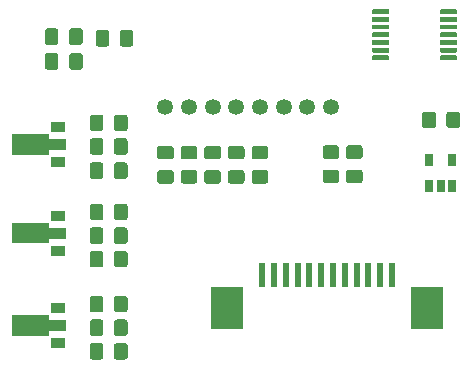
<source format=gbr>
G04 #@! TF.GenerationSoftware,KiCad,Pcbnew,(5.1.5-0-10_14)*
G04 #@! TF.CreationDate,2020-11-09T16:08:32+01:00*
G04 #@! TF.ProjectId,ATmega128_Breakout_Board_CC1101_HAT,41546d65-6761-4313-9238-5f427265616b,rev?*
G04 #@! TF.SameCoordinates,Original*
G04 #@! TF.FileFunction,Paste,Top*
G04 #@! TF.FilePolarity,Positive*
%FSLAX46Y46*%
G04 Gerber Fmt 4.6, Leading zero omitted, Abs format (unit mm)*
G04 Created by KiCad (PCBNEW (5.1.5-0-10_14)) date 2020-11-09 16:08:32*
%MOMM*%
%LPD*%
G04 APERTURE LIST*
%ADD10C,0.100000*%
%ADD11C,1.350000*%
%ADD12R,0.650000X1.060000*%
%ADD13R,1.300000X0.900000*%
%ADD14R,0.610000X2.000000*%
%ADD15R,2.680000X3.600000*%
G04 APERTURE END LIST*
D10*
G36*
X109024505Y-95401204D02*
G01*
X109048773Y-95404804D01*
X109072572Y-95410765D01*
X109095671Y-95419030D01*
X109117850Y-95429520D01*
X109138893Y-95442132D01*
X109158599Y-95456747D01*
X109176777Y-95473223D01*
X109193253Y-95491401D01*
X109207868Y-95511107D01*
X109220480Y-95532150D01*
X109230970Y-95554329D01*
X109239235Y-95577428D01*
X109245196Y-95601227D01*
X109248796Y-95625495D01*
X109250000Y-95649999D01*
X109250000Y-96550001D01*
X109248796Y-96574505D01*
X109245196Y-96598773D01*
X109239235Y-96622572D01*
X109230970Y-96645671D01*
X109220480Y-96667850D01*
X109207868Y-96688893D01*
X109193253Y-96708599D01*
X109176777Y-96726777D01*
X109158599Y-96743253D01*
X109138893Y-96757868D01*
X109117850Y-96770480D01*
X109095671Y-96780970D01*
X109072572Y-96789235D01*
X109048773Y-96795196D01*
X109024505Y-96798796D01*
X109000001Y-96800000D01*
X108349999Y-96800000D01*
X108325495Y-96798796D01*
X108301227Y-96795196D01*
X108277428Y-96789235D01*
X108254329Y-96780970D01*
X108232150Y-96770480D01*
X108211107Y-96757868D01*
X108191401Y-96743253D01*
X108173223Y-96726777D01*
X108156747Y-96708599D01*
X108142132Y-96688893D01*
X108129520Y-96667850D01*
X108119030Y-96645671D01*
X108110765Y-96622572D01*
X108104804Y-96598773D01*
X108101204Y-96574505D01*
X108100000Y-96550001D01*
X108100000Y-95649999D01*
X108101204Y-95625495D01*
X108104804Y-95601227D01*
X108110765Y-95577428D01*
X108119030Y-95554329D01*
X108129520Y-95532150D01*
X108142132Y-95511107D01*
X108156747Y-95491401D01*
X108173223Y-95473223D01*
X108191401Y-95456747D01*
X108211107Y-95442132D01*
X108232150Y-95429520D01*
X108254329Y-95419030D01*
X108277428Y-95410765D01*
X108301227Y-95404804D01*
X108325495Y-95401204D01*
X108349999Y-95400000D01*
X109000001Y-95400000D01*
X109024505Y-95401204D01*
G37*
G36*
X111074505Y-95401204D02*
G01*
X111098773Y-95404804D01*
X111122572Y-95410765D01*
X111145671Y-95419030D01*
X111167850Y-95429520D01*
X111188893Y-95442132D01*
X111208599Y-95456747D01*
X111226777Y-95473223D01*
X111243253Y-95491401D01*
X111257868Y-95511107D01*
X111270480Y-95532150D01*
X111280970Y-95554329D01*
X111289235Y-95577428D01*
X111295196Y-95601227D01*
X111298796Y-95625495D01*
X111300000Y-95649999D01*
X111300000Y-96550001D01*
X111298796Y-96574505D01*
X111295196Y-96598773D01*
X111289235Y-96622572D01*
X111280970Y-96645671D01*
X111270480Y-96667850D01*
X111257868Y-96688893D01*
X111243253Y-96708599D01*
X111226777Y-96726777D01*
X111208599Y-96743253D01*
X111188893Y-96757868D01*
X111167850Y-96770480D01*
X111145671Y-96780970D01*
X111122572Y-96789235D01*
X111098773Y-96795196D01*
X111074505Y-96798796D01*
X111050001Y-96800000D01*
X110399999Y-96800000D01*
X110375495Y-96798796D01*
X110351227Y-96795196D01*
X110327428Y-96789235D01*
X110304329Y-96780970D01*
X110282150Y-96770480D01*
X110261107Y-96757868D01*
X110241401Y-96743253D01*
X110223223Y-96726777D01*
X110206747Y-96708599D01*
X110192132Y-96688893D01*
X110179520Y-96667850D01*
X110169030Y-96645671D01*
X110160765Y-96622572D01*
X110154804Y-96598773D01*
X110151204Y-96574505D01*
X110150000Y-96550001D01*
X110150000Y-95649999D01*
X110151204Y-95625495D01*
X110154804Y-95601227D01*
X110160765Y-95577428D01*
X110169030Y-95554329D01*
X110179520Y-95532150D01*
X110192132Y-95511107D01*
X110206747Y-95491401D01*
X110223223Y-95473223D01*
X110241401Y-95456747D01*
X110261107Y-95442132D01*
X110282150Y-95429520D01*
X110304329Y-95419030D01*
X110327428Y-95410765D01*
X110351227Y-95404804D01*
X110375495Y-95401204D01*
X110399999Y-95400000D01*
X111050001Y-95400000D01*
X111074505Y-95401204D01*
G37*
G36*
X106774505Y-95251203D02*
G01*
X106798773Y-95254803D01*
X106822572Y-95260764D01*
X106845671Y-95269029D01*
X106867850Y-95279519D01*
X106888893Y-95292131D01*
X106908599Y-95306746D01*
X106926777Y-95323222D01*
X106943253Y-95341400D01*
X106957868Y-95361106D01*
X106970480Y-95382149D01*
X106980970Y-95404328D01*
X106989235Y-95427427D01*
X106995196Y-95451226D01*
X106998796Y-95475494D01*
X107000000Y-95499998D01*
X107000000Y-96400000D01*
X106998796Y-96424504D01*
X106995196Y-96448772D01*
X106989235Y-96472571D01*
X106980970Y-96495670D01*
X106970480Y-96517849D01*
X106957868Y-96538892D01*
X106943253Y-96558598D01*
X106926777Y-96576776D01*
X106908599Y-96593252D01*
X106888893Y-96607867D01*
X106867850Y-96620479D01*
X106845671Y-96630969D01*
X106822572Y-96639234D01*
X106798773Y-96645195D01*
X106774505Y-96648795D01*
X106750001Y-96649999D01*
X106099999Y-96649999D01*
X106075495Y-96648795D01*
X106051227Y-96645195D01*
X106027428Y-96639234D01*
X106004329Y-96630969D01*
X105982150Y-96620479D01*
X105961107Y-96607867D01*
X105941401Y-96593252D01*
X105923223Y-96576776D01*
X105906747Y-96558598D01*
X105892132Y-96538892D01*
X105879520Y-96517849D01*
X105869030Y-96495670D01*
X105860765Y-96472571D01*
X105854804Y-96448772D01*
X105851204Y-96424504D01*
X105850000Y-96400000D01*
X105850000Y-95499998D01*
X105851204Y-95475494D01*
X105854804Y-95451226D01*
X105860765Y-95427427D01*
X105869030Y-95404328D01*
X105879520Y-95382149D01*
X105892132Y-95361106D01*
X105906747Y-95341400D01*
X105923223Y-95323222D01*
X105941401Y-95306746D01*
X105961107Y-95292131D01*
X105982150Y-95279519D01*
X106004329Y-95269029D01*
X106027428Y-95260764D01*
X106051227Y-95254803D01*
X106075495Y-95251203D01*
X106099999Y-95249999D01*
X106750001Y-95249999D01*
X106774505Y-95251203D01*
G37*
G36*
X104724505Y-95251203D02*
G01*
X104748773Y-95254803D01*
X104772572Y-95260764D01*
X104795671Y-95269029D01*
X104817850Y-95279519D01*
X104838893Y-95292131D01*
X104858599Y-95306746D01*
X104876777Y-95323222D01*
X104893253Y-95341400D01*
X104907868Y-95361106D01*
X104920480Y-95382149D01*
X104930970Y-95404328D01*
X104939235Y-95427427D01*
X104945196Y-95451226D01*
X104948796Y-95475494D01*
X104950000Y-95499998D01*
X104950000Y-96400000D01*
X104948796Y-96424504D01*
X104945196Y-96448772D01*
X104939235Y-96472571D01*
X104930970Y-96495670D01*
X104920480Y-96517849D01*
X104907868Y-96538892D01*
X104893253Y-96558598D01*
X104876777Y-96576776D01*
X104858599Y-96593252D01*
X104838893Y-96607867D01*
X104817850Y-96620479D01*
X104795671Y-96630969D01*
X104772572Y-96639234D01*
X104748773Y-96645195D01*
X104724505Y-96648795D01*
X104700001Y-96649999D01*
X104049999Y-96649999D01*
X104025495Y-96648795D01*
X104001227Y-96645195D01*
X103977428Y-96639234D01*
X103954329Y-96630969D01*
X103932150Y-96620479D01*
X103911107Y-96607867D01*
X103891401Y-96593252D01*
X103873223Y-96576776D01*
X103856747Y-96558598D01*
X103842132Y-96538892D01*
X103829520Y-96517849D01*
X103819030Y-96495670D01*
X103810765Y-96472571D01*
X103804804Y-96448772D01*
X103801204Y-96424504D01*
X103800000Y-96400000D01*
X103800000Y-95499998D01*
X103801204Y-95475494D01*
X103804804Y-95451226D01*
X103810765Y-95427427D01*
X103819030Y-95404328D01*
X103829520Y-95382149D01*
X103842132Y-95361106D01*
X103856747Y-95341400D01*
X103873223Y-95323222D01*
X103891401Y-95306746D01*
X103911107Y-95292131D01*
X103932150Y-95279519D01*
X103954329Y-95269029D01*
X103977428Y-95260764D01*
X104001227Y-95254803D01*
X104025495Y-95251203D01*
X104049999Y-95249999D01*
X104700001Y-95249999D01*
X104724505Y-95251203D01*
G37*
G36*
X114474504Y-107251204D02*
G01*
X114498772Y-107254804D01*
X114522571Y-107260765D01*
X114545670Y-107269030D01*
X114567849Y-107279520D01*
X114588892Y-107292132D01*
X114608598Y-107306747D01*
X114626776Y-107323223D01*
X114643252Y-107341401D01*
X114657867Y-107361107D01*
X114670479Y-107382150D01*
X114680969Y-107404329D01*
X114689234Y-107427428D01*
X114695195Y-107451227D01*
X114698795Y-107475495D01*
X114699999Y-107499999D01*
X114699999Y-108150001D01*
X114698795Y-108174505D01*
X114695195Y-108198773D01*
X114689234Y-108222572D01*
X114680969Y-108245671D01*
X114670479Y-108267850D01*
X114657867Y-108288893D01*
X114643252Y-108308599D01*
X114626776Y-108326777D01*
X114608598Y-108343253D01*
X114588892Y-108357868D01*
X114567849Y-108370480D01*
X114545670Y-108380970D01*
X114522571Y-108389235D01*
X114498772Y-108395196D01*
X114474504Y-108398796D01*
X114450000Y-108400000D01*
X113549998Y-108400000D01*
X113525494Y-108398796D01*
X113501226Y-108395196D01*
X113477427Y-108389235D01*
X113454328Y-108380970D01*
X113432149Y-108370480D01*
X113411106Y-108357868D01*
X113391400Y-108343253D01*
X113373222Y-108326777D01*
X113356746Y-108308599D01*
X113342131Y-108288893D01*
X113329519Y-108267850D01*
X113319029Y-108245671D01*
X113310764Y-108222572D01*
X113304803Y-108198773D01*
X113301203Y-108174505D01*
X113299999Y-108150001D01*
X113299999Y-107499999D01*
X113301203Y-107475495D01*
X113304803Y-107451227D01*
X113310764Y-107427428D01*
X113319029Y-107404329D01*
X113329519Y-107382150D01*
X113342131Y-107361107D01*
X113356746Y-107341401D01*
X113373222Y-107323223D01*
X113391400Y-107306747D01*
X113411106Y-107292132D01*
X113432149Y-107279520D01*
X113454328Y-107269030D01*
X113477427Y-107260765D01*
X113501226Y-107254804D01*
X113525494Y-107251204D01*
X113549998Y-107250000D01*
X114450000Y-107250000D01*
X114474504Y-107251204D01*
G37*
G36*
X114474504Y-105201204D02*
G01*
X114498772Y-105204804D01*
X114522571Y-105210765D01*
X114545670Y-105219030D01*
X114567849Y-105229520D01*
X114588892Y-105242132D01*
X114608598Y-105256747D01*
X114626776Y-105273223D01*
X114643252Y-105291401D01*
X114657867Y-105311107D01*
X114670479Y-105332150D01*
X114680969Y-105354329D01*
X114689234Y-105377428D01*
X114695195Y-105401227D01*
X114698795Y-105425495D01*
X114699999Y-105449999D01*
X114699999Y-106100001D01*
X114698795Y-106124505D01*
X114695195Y-106148773D01*
X114689234Y-106172572D01*
X114680969Y-106195671D01*
X114670479Y-106217850D01*
X114657867Y-106238893D01*
X114643252Y-106258599D01*
X114626776Y-106276777D01*
X114608598Y-106293253D01*
X114588892Y-106307868D01*
X114567849Y-106320480D01*
X114545670Y-106330970D01*
X114522571Y-106339235D01*
X114498772Y-106345196D01*
X114474504Y-106348796D01*
X114450000Y-106350000D01*
X113549998Y-106350000D01*
X113525494Y-106348796D01*
X113501226Y-106345196D01*
X113477427Y-106339235D01*
X113454328Y-106330970D01*
X113432149Y-106320480D01*
X113411106Y-106307868D01*
X113391400Y-106293253D01*
X113373222Y-106276777D01*
X113356746Y-106258599D01*
X113342131Y-106238893D01*
X113329519Y-106217850D01*
X113319029Y-106195671D01*
X113310764Y-106172572D01*
X113304803Y-106148773D01*
X113301203Y-106124505D01*
X113299999Y-106100001D01*
X113299999Y-105449999D01*
X113301203Y-105425495D01*
X113304803Y-105401227D01*
X113310764Y-105377428D01*
X113319029Y-105354329D01*
X113329519Y-105332150D01*
X113342131Y-105311107D01*
X113356746Y-105291401D01*
X113373222Y-105273223D01*
X113391400Y-105256747D01*
X113411106Y-105242132D01*
X113432149Y-105229520D01*
X113454328Y-105219030D01*
X113477427Y-105210765D01*
X113501226Y-105204804D01*
X113525494Y-105201204D01*
X113549998Y-105200000D01*
X114450000Y-105200000D01*
X114474504Y-105201204D01*
G37*
G36*
X104724505Y-97351205D02*
G01*
X104748773Y-97354805D01*
X104772572Y-97360766D01*
X104795671Y-97369031D01*
X104817850Y-97379521D01*
X104838893Y-97392133D01*
X104858599Y-97406748D01*
X104876777Y-97423224D01*
X104893253Y-97441402D01*
X104907868Y-97461108D01*
X104920480Y-97482151D01*
X104930970Y-97504330D01*
X104939235Y-97527429D01*
X104945196Y-97551228D01*
X104948796Y-97575496D01*
X104950000Y-97600000D01*
X104950000Y-98500002D01*
X104948796Y-98524506D01*
X104945196Y-98548774D01*
X104939235Y-98572573D01*
X104930970Y-98595672D01*
X104920480Y-98617851D01*
X104907868Y-98638894D01*
X104893253Y-98658600D01*
X104876777Y-98676778D01*
X104858599Y-98693254D01*
X104838893Y-98707869D01*
X104817850Y-98720481D01*
X104795671Y-98730971D01*
X104772572Y-98739236D01*
X104748773Y-98745197D01*
X104724505Y-98748797D01*
X104700001Y-98750001D01*
X104049999Y-98750001D01*
X104025495Y-98748797D01*
X104001227Y-98745197D01*
X103977428Y-98739236D01*
X103954329Y-98730971D01*
X103932150Y-98720481D01*
X103911107Y-98707869D01*
X103891401Y-98693254D01*
X103873223Y-98676778D01*
X103856747Y-98658600D01*
X103842132Y-98638894D01*
X103829520Y-98617851D01*
X103819030Y-98595672D01*
X103810765Y-98572573D01*
X103804804Y-98548774D01*
X103801204Y-98524506D01*
X103800000Y-98500002D01*
X103800000Y-97600000D01*
X103801204Y-97575496D01*
X103804804Y-97551228D01*
X103810765Y-97527429D01*
X103819030Y-97504330D01*
X103829520Y-97482151D01*
X103842132Y-97461108D01*
X103856747Y-97441402D01*
X103873223Y-97423224D01*
X103891401Y-97406748D01*
X103911107Y-97392133D01*
X103932150Y-97379521D01*
X103954329Y-97369031D01*
X103977428Y-97360766D01*
X104001227Y-97354805D01*
X104025495Y-97351205D01*
X104049999Y-97350001D01*
X104700001Y-97350001D01*
X104724505Y-97351205D01*
G37*
G36*
X106774505Y-97351205D02*
G01*
X106798773Y-97354805D01*
X106822572Y-97360766D01*
X106845671Y-97369031D01*
X106867850Y-97379521D01*
X106888893Y-97392133D01*
X106908599Y-97406748D01*
X106926777Y-97423224D01*
X106943253Y-97441402D01*
X106957868Y-97461108D01*
X106970480Y-97482151D01*
X106980970Y-97504330D01*
X106989235Y-97527429D01*
X106995196Y-97551228D01*
X106998796Y-97575496D01*
X107000000Y-97600000D01*
X107000000Y-98500002D01*
X106998796Y-98524506D01*
X106995196Y-98548774D01*
X106989235Y-98572573D01*
X106980970Y-98595672D01*
X106970480Y-98617851D01*
X106957868Y-98638894D01*
X106943253Y-98658600D01*
X106926777Y-98676778D01*
X106908599Y-98693254D01*
X106888893Y-98707869D01*
X106867850Y-98720481D01*
X106845671Y-98730971D01*
X106822572Y-98739236D01*
X106798773Y-98745197D01*
X106774505Y-98748797D01*
X106750001Y-98750001D01*
X106099999Y-98750001D01*
X106075495Y-98748797D01*
X106051227Y-98745197D01*
X106027428Y-98739236D01*
X106004329Y-98730971D01*
X105982150Y-98720481D01*
X105961107Y-98707869D01*
X105941401Y-98693254D01*
X105923223Y-98676778D01*
X105906747Y-98658600D01*
X105892132Y-98638894D01*
X105879520Y-98617851D01*
X105869030Y-98595672D01*
X105860765Y-98572573D01*
X105854804Y-98548774D01*
X105851204Y-98524506D01*
X105850000Y-98500002D01*
X105850000Y-97600000D01*
X105851204Y-97575496D01*
X105854804Y-97551228D01*
X105860765Y-97527429D01*
X105869030Y-97504330D01*
X105879520Y-97482151D01*
X105892132Y-97461108D01*
X105906747Y-97441402D01*
X105923223Y-97423224D01*
X105941401Y-97406748D01*
X105961107Y-97392133D01*
X105982150Y-97379521D01*
X106004329Y-97369031D01*
X106027428Y-97360766D01*
X106051227Y-97354805D01*
X106075495Y-97351205D01*
X106099999Y-97350001D01*
X106750001Y-97350001D01*
X106774505Y-97351205D01*
G37*
D11*
X126010000Y-101950000D03*
X124010000Y-101950000D03*
X122010000Y-101950000D03*
X120010000Y-101950000D03*
X118010000Y-101950000D03*
X116010000Y-101950000D03*
X114010000Y-101950000D03*
X128010000Y-101950000D03*
D10*
G36*
X132884802Y-97550482D02*
G01*
X132894509Y-97551921D01*
X132904028Y-97554306D01*
X132913268Y-97557612D01*
X132922140Y-97561808D01*
X132930557Y-97566853D01*
X132938439Y-97572699D01*
X132945711Y-97579289D01*
X132952301Y-97586561D01*
X132958147Y-97594443D01*
X132963192Y-97602860D01*
X132967388Y-97611732D01*
X132970694Y-97620972D01*
X132973079Y-97630491D01*
X132974518Y-97640198D01*
X132975000Y-97650000D01*
X132975000Y-97850000D01*
X132974518Y-97859802D01*
X132973079Y-97869509D01*
X132970694Y-97879028D01*
X132967388Y-97888268D01*
X132963192Y-97897140D01*
X132958147Y-97905557D01*
X132952301Y-97913439D01*
X132945711Y-97920711D01*
X132938439Y-97927301D01*
X132930557Y-97933147D01*
X132922140Y-97938192D01*
X132913268Y-97942388D01*
X132904028Y-97945694D01*
X132894509Y-97948079D01*
X132884802Y-97949518D01*
X132875000Y-97950000D01*
X131600000Y-97950000D01*
X131590198Y-97949518D01*
X131580491Y-97948079D01*
X131570972Y-97945694D01*
X131561732Y-97942388D01*
X131552860Y-97938192D01*
X131544443Y-97933147D01*
X131536561Y-97927301D01*
X131529289Y-97920711D01*
X131522699Y-97913439D01*
X131516853Y-97905557D01*
X131511808Y-97897140D01*
X131507612Y-97888268D01*
X131504306Y-97879028D01*
X131501921Y-97869509D01*
X131500482Y-97859802D01*
X131500000Y-97850000D01*
X131500000Y-97650000D01*
X131500482Y-97640198D01*
X131501921Y-97630491D01*
X131504306Y-97620972D01*
X131507612Y-97611732D01*
X131511808Y-97602860D01*
X131516853Y-97594443D01*
X131522699Y-97586561D01*
X131529289Y-97579289D01*
X131536561Y-97572699D01*
X131544443Y-97566853D01*
X131552860Y-97561808D01*
X131561732Y-97557612D01*
X131570972Y-97554306D01*
X131580491Y-97551921D01*
X131590198Y-97550482D01*
X131600000Y-97550000D01*
X132875000Y-97550000D01*
X132884802Y-97550482D01*
G37*
G36*
X132884802Y-96900482D02*
G01*
X132894509Y-96901921D01*
X132904028Y-96904306D01*
X132913268Y-96907612D01*
X132922140Y-96911808D01*
X132930557Y-96916853D01*
X132938439Y-96922699D01*
X132945711Y-96929289D01*
X132952301Y-96936561D01*
X132958147Y-96944443D01*
X132963192Y-96952860D01*
X132967388Y-96961732D01*
X132970694Y-96970972D01*
X132973079Y-96980491D01*
X132974518Y-96990198D01*
X132975000Y-97000000D01*
X132975000Y-97200000D01*
X132974518Y-97209802D01*
X132973079Y-97219509D01*
X132970694Y-97229028D01*
X132967388Y-97238268D01*
X132963192Y-97247140D01*
X132958147Y-97255557D01*
X132952301Y-97263439D01*
X132945711Y-97270711D01*
X132938439Y-97277301D01*
X132930557Y-97283147D01*
X132922140Y-97288192D01*
X132913268Y-97292388D01*
X132904028Y-97295694D01*
X132894509Y-97298079D01*
X132884802Y-97299518D01*
X132875000Y-97300000D01*
X131600000Y-97300000D01*
X131590198Y-97299518D01*
X131580491Y-97298079D01*
X131570972Y-97295694D01*
X131561732Y-97292388D01*
X131552860Y-97288192D01*
X131544443Y-97283147D01*
X131536561Y-97277301D01*
X131529289Y-97270711D01*
X131522699Y-97263439D01*
X131516853Y-97255557D01*
X131511808Y-97247140D01*
X131507612Y-97238268D01*
X131504306Y-97229028D01*
X131501921Y-97219509D01*
X131500482Y-97209802D01*
X131500000Y-97200000D01*
X131500000Y-97000000D01*
X131500482Y-96990198D01*
X131501921Y-96980491D01*
X131504306Y-96970972D01*
X131507612Y-96961732D01*
X131511808Y-96952860D01*
X131516853Y-96944443D01*
X131522699Y-96936561D01*
X131529289Y-96929289D01*
X131536561Y-96922699D01*
X131544443Y-96916853D01*
X131552860Y-96911808D01*
X131561732Y-96907612D01*
X131570972Y-96904306D01*
X131580491Y-96901921D01*
X131590198Y-96900482D01*
X131600000Y-96900000D01*
X132875000Y-96900000D01*
X132884802Y-96900482D01*
G37*
G36*
X132884802Y-96250482D02*
G01*
X132894509Y-96251921D01*
X132904028Y-96254306D01*
X132913268Y-96257612D01*
X132922140Y-96261808D01*
X132930557Y-96266853D01*
X132938439Y-96272699D01*
X132945711Y-96279289D01*
X132952301Y-96286561D01*
X132958147Y-96294443D01*
X132963192Y-96302860D01*
X132967388Y-96311732D01*
X132970694Y-96320972D01*
X132973079Y-96330491D01*
X132974518Y-96340198D01*
X132975000Y-96350000D01*
X132975000Y-96550000D01*
X132974518Y-96559802D01*
X132973079Y-96569509D01*
X132970694Y-96579028D01*
X132967388Y-96588268D01*
X132963192Y-96597140D01*
X132958147Y-96605557D01*
X132952301Y-96613439D01*
X132945711Y-96620711D01*
X132938439Y-96627301D01*
X132930557Y-96633147D01*
X132922140Y-96638192D01*
X132913268Y-96642388D01*
X132904028Y-96645694D01*
X132894509Y-96648079D01*
X132884802Y-96649518D01*
X132875000Y-96650000D01*
X131600000Y-96650000D01*
X131590198Y-96649518D01*
X131580491Y-96648079D01*
X131570972Y-96645694D01*
X131561732Y-96642388D01*
X131552860Y-96638192D01*
X131544443Y-96633147D01*
X131536561Y-96627301D01*
X131529289Y-96620711D01*
X131522699Y-96613439D01*
X131516853Y-96605557D01*
X131511808Y-96597140D01*
X131507612Y-96588268D01*
X131504306Y-96579028D01*
X131501921Y-96569509D01*
X131500482Y-96559802D01*
X131500000Y-96550000D01*
X131500000Y-96350000D01*
X131500482Y-96340198D01*
X131501921Y-96330491D01*
X131504306Y-96320972D01*
X131507612Y-96311732D01*
X131511808Y-96302860D01*
X131516853Y-96294443D01*
X131522699Y-96286561D01*
X131529289Y-96279289D01*
X131536561Y-96272699D01*
X131544443Y-96266853D01*
X131552860Y-96261808D01*
X131561732Y-96257612D01*
X131570972Y-96254306D01*
X131580491Y-96251921D01*
X131590198Y-96250482D01*
X131600000Y-96250000D01*
X132875000Y-96250000D01*
X132884802Y-96250482D01*
G37*
G36*
X132884802Y-95600482D02*
G01*
X132894509Y-95601921D01*
X132904028Y-95604306D01*
X132913268Y-95607612D01*
X132922140Y-95611808D01*
X132930557Y-95616853D01*
X132938439Y-95622699D01*
X132945711Y-95629289D01*
X132952301Y-95636561D01*
X132958147Y-95644443D01*
X132963192Y-95652860D01*
X132967388Y-95661732D01*
X132970694Y-95670972D01*
X132973079Y-95680491D01*
X132974518Y-95690198D01*
X132975000Y-95700000D01*
X132975000Y-95900000D01*
X132974518Y-95909802D01*
X132973079Y-95919509D01*
X132970694Y-95929028D01*
X132967388Y-95938268D01*
X132963192Y-95947140D01*
X132958147Y-95955557D01*
X132952301Y-95963439D01*
X132945711Y-95970711D01*
X132938439Y-95977301D01*
X132930557Y-95983147D01*
X132922140Y-95988192D01*
X132913268Y-95992388D01*
X132904028Y-95995694D01*
X132894509Y-95998079D01*
X132884802Y-95999518D01*
X132875000Y-96000000D01*
X131600000Y-96000000D01*
X131590198Y-95999518D01*
X131580491Y-95998079D01*
X131570972Y-95995694D01*
X131561732Y-95992388D01*
X131552860Y-95988192D01*
X131544443Y-95983147D01*
X131536561Y-95977301D01*
X131529289Y-95970711D01*
X131522699Y-95963439D01*
X131516853Y-95955557D01*
X131511808Y-95947140D01*
X131507612Y-95938268D01*
X131504306Y-95929028D01*
X131501921Y-95919509D01*
X131500482Y-95909802D01*
X131500000Y-95900000D01*
X131500000Y-95700000D01*
X131500482Y-95690198D01*
X131501921Y-95680491D01*
X131504306Y-95670972D01*
X131507612Y-95661732D01*
X131511808Y-95652860D01*
X131516853Y-95644443D01*
X131522699Y-95636561D01*
X131529289Y-95629289D01*
X131536561Y-95622699D01*
X131544443Y-95616853D01*
X131552860Y-95611808D01*
X131561732Y-95607612D01*
X131570972Y-95604306D01*
X131580491Y-95601921D01*
X131590198Y-95600482D01*
X131600000Y-95600000D01*
X132875000Y-95600000D01*
X132884802Y-95600482D01*
G37*
G36*
X132884802Y-94950482D02*
G01*
X132894509Y-94951921D01*
X132904028Y-94954306D01*
X132913268Y-94957612D01*
X132922140Y-94961808D01*
X132930557Y-94966853D01*
X132938439Y-94972699D01*
X132945711Y-94979289D01*
X132952301Y-94986561D01*
X132958147Y-94994443D01*
X132963192Y-95002860D01*
X132967388Y-95011732D01*
X132970694Y-95020972D01*
X132973079Y-95030491D01*
X132974518Y-95040198D01*
X132975000Y-95050000D01*
X132975000Y-95250000D01*
X132974518Y-95259802D01*
X132973079Y-95269509D01*
X132970694Y-95279028D01*
X132967388Y-95288268D01*
X132963192Y-95297140D01*
X132958147Y-95305557D01*
X132952301Y-95313439D01*
X132945711Y-95320711D01*
X132938439Y-95327301D01*
X132930557Y-95333147D01*
X132922140Y-95338192D01*
X132913268Y-95342388D01*
X132904028Y-95345694D01*
X132894509Y-95348079D01*
X132884802Y-95349518D01*
X132875000Y-95350000D01*
X131600000Y-95350000D01*
X131590198Y-95349518D01*
X131580491Y-95348079D01*
X131570972Y-95345694D01*
X131561732Y-95342388D01*
X131552860Y-95338192D01*
X131544443Y-95333147D01*
X131536561Y-95327301D01*
X131529289Y-95320711D01*
X131522699Y-95313439D01*
X131516853Y-95305557D01*
X131511808Y-95297140D01*
X131507612Y-95288268D01*
X131504306Y-95279028D01*
X131501921Y-95269509D01*
X131500482Y-95259802D01*
X131500000Y-95250000D01*
X131500000Y-95050000D01*
X131500482Y-95040198D01*
X131501921Y-95030491D01*
X131504306Y-95020972D01*
X131507612Y-95011732D01*
X131511808Y-95002860D01*
X131516853Y-94994443D01*
X131522699Y-94986561D01*
X131529289Y-94979289D01*
X131536561Y-94972699D01*
X131544443Y-94966853D01*
X131552860Y-94961808D01*
X131561732Y-94957612D01*
X131570972Y-94954306D01*
X131580491Y-94951921D01*
X131590198Y-94950482D01*
X131600000Y-94950000D01*
X132875000Y-94950000D01*
X132884802Y-94950482D01*
G37*
G36*
X132884802Y-94300482D02*
G01*
X132894509Y-94301921D01*
X132904028Y-94304306D01*
X132913268Y-94307612D01*
X132922140Y-94311808D01*
X132930557Y-94316853D01*
X132938439Y-94322699D01*
X132945711Y-94329289D01*
X132952301Y-94336561D01*
X132958147Y-94344443D01*
X132963192Y-94352860D01*
X132967388Y-94361732D01*
X132970694Y-94370972D01*
X132973079Y-94380491D01*
X132974518Y-94390198D01*
X132975000Y-94400000D01*
X132975000Y-94600000D01*
X132974518Y-94609802D01*
X132973079Y-94619509D01*
X132970694Y-94629028D01*
X132967388Y-94638268D01*
X132963192Y-94647140D01*
X132958147Y-94655557D01*
X132952301Y-94663439D01*
X132945711Y-94670711D01*
X132938439Y-94677301D01*
X132930557Y-94683147D01*
X132922140Y-94688192D01*
X132913268Y-94692388D01*
X132904028Y-94695694D01*
X132894509Y-94698079D01*
X132884802Y-94699518D01*
X132875000Y-94700000D01*
X131600000Y-94700000D01*
X131590198Y-94699518D01*
X131580491Y-94698079D01*
X131570972Y-94695694D01*
X131561732Y-94692388D01*
X131552860Y-94688192D01*
X131544443Y-94683147D01*
X131536561Y-94677301D01*
X131529289Y-94670711D01*
X131522699Y-94663439D01*
X131516853Y-94655557D01*
X131511808Y-94647140D01*
X131507612Y-94638268D01*
X131504306Y-94629028D01*
X131501921Y-94619509D01*
X131500482Y-94609802D01*
X131500000Y-94600000D01*
X131500000Y-94400000D01*
X131500482Y-94390198D01*
X131501921Y-94380491D01*
X131504306Y-94370972D01*
X131507612Y-94361732D01*
X131511808Y-94352860D01*
X131516853Y-94344443D01*
X131522699Y-94336561D01*
X131529289Y-94329289D01*
X131536561Y-94322699D01*
X131544443Y-94316853D01*
X131552860Y-94311808D01*
X131561732Y-94307612D01*
X131570972Y-94304306D01*
X131580491Y-94301921D01*
X131590198Y-94300482D01*
X131600000Y-94300000D01*
X132875000Y-94300000D01*
X132884802Y-94300482D01*
G37*
G36*
X132884802Y-93650482D02*
G01*
X132894509Y-93651921D01*
X132904028Y-93654306D01*
X132913268Y-93657612D01*
X132922140Y-93661808D01*
X132930557Y-93666853D01*
X132938439Y-93672699D01*
X132945711Y-93679289D01*
X132952301Y-93686561D01*
X132958147Y-93694443D01*
X132963192Y-93702860D01*
X132967388Y-93711732D01*
X132970694Y-93720972D01*
X132973079Y-93730491D01*
X132974518Y-93740198D01*
X132975000Y-93750000D01*
X132975000Y-93950000D01*
X132974518Y-93959802D01*
X132973079Y-93969509D01*
X132970694Y-93979028D01*
X132967388Y-93988268D01*
X132963192Y-93997140D01*
X132958147Y-94005557D01*
X132952301Y-94013439D01*
X132945711Y-94020711D01*
X132938439Y-94027301D01*
X132930557Y-94033147D01*
X132922140Y-94038192D01*
X132913268Y-94042388D01*
X132904028Y-94045694D01*
X132894509Y-94048079D01*
X132884802Y-94049518D01*
X132875000Y-94050000D01*
X131600000Y-94050000D01*
X131590198Y-94049518D01*
X131580491Y-94048079D01*
X131570972Y-94045694D01*
X131561732Y-94042388D01*
X131552860Y-94038192D01*
X131544443Y-94033147D01*
X131536561Y-94027301D01*
X131529289Y-94020711D01*
X131522699Y-94013439D01*
X131516853Y-94005557D01*
X131511808Y-93997140D01*
X131507612Y-93988268D01*
X131504306Y-93979028D01*
X131501921Y-93969509D01*
X131500482Y-93959802D01*
X131500000Y-93950000D01*
X131500000Y-93750000D01*
X131500482Y-93740198D01*
X131501921Y-93730491D01*
X131504306Y-93720972D01*
X131507612Y-93711732D01*
X131511808Y-93702860D01*
X131516853Y-93694443D01*
X131522699Y-93686561D01*
X131529289Y-93679289D01*
X131536561Y-93672699D01*
X131544443Y-93666853D01*
X131552860Y-93661808D01*
X131561732Y-93657612D01*
X131570972Y-93654306D01*
X131580491Y-93651921D01*
X131590198Y-93650482D01*
X131600000Y-93650000D01*
X132875000Y-93650000D01*
X132884802Y-93650482D01*
G37*
G36*
X138609802Y-93650482D02*
G01*
X138619509Y-93651921D01*
X138629028Y-93654306D01*
X138638268Y-93657612D01*
X138647140Y-93661808D01*
X138655557Y-93666853D01*
X138663439Y-93672699D01*
X138670711Y-93679289D01*
X138677301Y-93686561D01*
X138683147Y-93694443D01*
X138688192Y-93702860D01*
X138692388Y-93711732D01*
X138695694Y-93720972D01*
X138698079Y-93730491D01*
X138699518Y-93740198D01*
X138700000Y-93750000D01*
X138700000Y-93950000D01*
X138699518Y-93959802D01*
X138698079Y-93969509D01*
X138695694Y-93979028D01*
X138692388Y-93988268D01*
X138688192Y-93997140D01*
X138683147Y-94005557D01*
X138677301Y-94013439D01*
X138670711Y-94020711D01*
X138663439Y-94027301D01*
X138655557Y-94033147D01*
X138647140Y-94038192D01*
X138638268Y-94042388D01*
X138629028Y-94045694D01*
X138619509Y-94048079D01*
X138609802Y-94049518D01*
X138600000Y-94050000D01*
X137325000Y-94050000D01*
X137315198Y-94049518D01*
X137305491Y-94048079D01*
X137295972Y-94045694D01*
X137286732Y-94042388D01*
X137277860Y-94038192D01*
X137269443Y-94033147D01*
X137261561Y-94027301D01*
X137254289Y-94020711D01*
X137247699Y-94013439D01*
X137241853Y-94005557D01*
X137236808Y-93997140D01*
X137232612Y-93988268D01*
X137229306Y-93979028D01*
X137226921Y-93969509D01*
X137225482Y-93959802D01*
X137225000Y-93950000D01*
X137225000Y-93750000D01*
X137225482Y-93740198D01*
X137226921Y-93730491D01*
X137229306Y-93720972D01*
X137232612Y-93711732D01*
X137236808Y-93702860D01*
X137241853Y-93694443D01*
X137247699Y-93686561D01*
X137254289Y-93679289D01*
X137261561Y-93672699D01*
X137269443Y-93666853D01*
X137277860Y-93661808D01*
X137286732Y-93657612D01*
X137295972Y-93654306D01*
X137305491Y-93651921D01*
X137315198Y-93650482D01*
X137325000Y-93650000D01*
X138600000Y-93650000D01*
X138609802Y-93650482D01*
G37*
G36*
X138609802Y-94300482D02*
G01*
X138619509Y-94301921D01*
X138629028Y-94304306D01*
X138638268Y-94307612D01*
X138647140Y-94311808D01*
X138655557Y-94316853D01*
X138663439Y-94322699D01*
X138670711Y-94329289D01*
X138677301Y-94336561D01*
X138683147Y-94344443D01*
X138688192Y-94352860D01*
X138692388Y-94361732D01*
X138695694Y-94370972D01*
X138698079Y-94380491D01*
X138699518Y-94390198D01*
X138700000Y-94400000D01*
X138700000Y-94600000D01*
X138699518Y-94609802D01*
X138698079Y-94619509D01*
X138695694Y-94629028D01*
X138692388Y-94638268D01*
X138688192Y-94647140D01*
X138683147Y-94655557D01*
X138677301Y-94663439D01*
X138670711Y-94670711D01*
X138663439Y-94677301D01*
X138655557Y-94683147D01*
X138647140Y-94688192D01*
X138638268Y-94692388D01*
X138629028Y-94695694D01*
X138619509Y-94698079D01*
X138609802Y-94699518D01*
X138600000Y-94700000D01*
X137325000Y-94700000D01*
X137315198Y-94699518D01*
X137305491Y-94698079D01*
X137295972Y-94695694D01*
X137286732Y-94692388D01*
X137277860Y-94688192D01*
X137269443Y-94683147D01*
X137261561Y-94677301D01*
X137254289Y-94670711D01*
X137247699Y-94663439D01*
X137241853Y-94655557D01*
X137236808Y-94647140D01*
X137232612Y-94638268D01*
X137229306Y-94629028D01*
X137226921Y-94619509D01*
X137225482Y-94609802D01*
X137225000Y-94600000D01*
X137225000Y-94400000D01*
X137225482Y-94390198D01*
X137226921Y-94380491D01*
X137229306Y-94370972D01*
X137232612Y-94361732D01*
X137236808Y-94352860D01*
X137241853Y-94344443D01*
X137247699Y-94336561D01*
X137254289Y-94329289D01*
X137261561Y-94322699D01*
X137269443Y-94316853D01*
X137277860Y-94311808D01*
X137286732Y-94307612D01*
X137295972Y-94304306D01*
X137305491Y-94301921D01*
X137315198Y-94300482D01*
X137325000Y-94300000D01*
X138600000Y-94300000D01*
X138609802Y-94300482D01*
G37*
G36*
X138609802Y-94950482D02*
G01*
X138619509Y-94951921D01*
X138629028Y-94954306D01*
X138638268Y-94957612D01*
X138647140Y-94961808D01*
X138655557Y-94966853D01*
X138663439Y-94972699D01*
X138670711Y-94979289D01*
X138677301Y-94986561D01*
X138683147Y-94994443D01*
X138688192Y-95002860D01*
X138692388Y-95011732D01*
X138695694Y-95020972D01*
X138698079Y-95030491D01*
X138699518Y-95040198D01*
X138700000Y-95050000D01*
X138700000Y-95250000D01*
X138699518Y-95259802D01*
X138698079Y-95269509D01*
X138695694Y-95279028D01*
X138692388Y-95288268D01*
X138688192Y-95297140D01*
X138683147Y-95305557D01*
X138677301Y-95313439D01*
X138670711Y-95320711D01*
X138663439Y-95327301D01*
X138655557Y-95333147D01*
X138647140Y-95338192D01*
X138638268Y-95342388D01*
X138629028Y-95345694D01*
X138619509Y-95348079D01*
X138609802Y-95349518D01*
X138600000Y-95350000D01*
X137325000Y-95350000D01*
X137315198Y-95349518D01*
X137305491Y-95348079D01*
X137295972Y-95345694D01*
X137286732Y-95342388D01*
X137277860Y-95338192D01*
X137269443Y-95333147D01*
X137261561Y-95327301D01*
X137254289Y-95320711D01*
X137247699Y-95313439D01*
X137241853Y-95305557D01*
X137236808Y-95297140D01*
X137232612Y-95288268D01*
X137229306Y-95279028D01*
X137226921Y-95269509D01*
X137225482Y-95259802D01*
X137225000Y-95250000D01*
X137225000Y-95050000D01*
X137225482Y-95040198D01*
X137226921Y-95030491D01*
X137229306Y-95020972D01*
X137232612Y-95011732D01*
X137236808Y-95002860D01*
X137241853Y-94994443D01*
X137247699Y-94986561D01*
X137254289Y-94979289D01*
X137261561Y-94972699D01*
X137269443Y-94966853D01*
X137277860Y-94961808D01*
X137286732Y-94957612D01*
X137295972Y-94954306D01*
X137305491Y-94951921D01*
X137315198Y-94950482D01*
X137325000Y-94950000D01*
X138600000Y-94950000D01*
X138609802Y-94950482D01*
G37*
G36*
X138609802Y-95600482D02*
G01*
X138619509Y-95601921D01*
X138629028Y-95604306D01*
X138638268Y-95607612D01*
X138647140Y-95611808D01*
X138655557Y-95616853D01*
X138663439Y-95622699D01*
X138670711Y-95629289D01*
X138677301Y-95636561D01*
X138683147Y-95644443D01*
X138688192Y-95652860D01*
X138692388Y-95661732D01*
X138695694Y-95670972D01*
X138698079Y-95680491D01*
X138699518Y-95690198D01*
X138700000Y-95700000D01*
X138700000Y-95900000D01*
X138699518Y-95909802D01*
X138698079Y-95919509D01*
X138695694Y-95929028D01*
X138692388Y-95938268D01*
X138688192Y-95947140D01*
X138683147Y-95955557D01*
X138677301Y-95963439D01*
X138670711Y-95970711D01*
X138663439Y-95977301D01*
X138655557Y-95983147D01*
X138647140Y-95988192D01*
X138638268Y-95992388D01*
X138629028Y-95995694D01*
X138619509Y-95998079D01*
X138609802Y-95999518D01*
X138600000Y-96000000D01*
X137325000Y-96000000D01*
X137315198Y-95999518D01*
X137305491Y-95998079D01*
X137295972Y-95995694D01*
X137286732Y-95992388D01*
X137277860Y-95988192D01*
X137269443Y-95983147D01*
X137261561Y-95977301D01*
X137254289Y-95970711D01*
X137247699Y-95963439D01*
X137241853Y-95955557D01*
X137236808Y-95947140D01*
X137232612Y-95938268D01*
X137229306Y-95929028D01*
X137226921Y-95919509D01*
X137225482Y-95909802D01*
X137225000Y-95900000D01*
X137225000Y-95700000D01*
X137225482Y-95690198D01*
X137226921Y-95680491D01*
X137229306Y-95670972D01*
X137232612Y-95661732D01*
X137236808Y-95652860D01*
X137241853Y-95644443D01*
X137247699Y-95636561D01*
X137254289Y-95629289D01*
X137261561Y-95622699D01*
X137269443Y-95616853D01*
X137277860Y-95611808D01*
X137286732Y-95607612D01*
X137295972Y-95604306D01*
X137305491Y-95601921D01*
X137315198Y-95600482D01*
X137325000Y-95600000D01*
X138600000Y-95600000D01*
X138609802Y-95600482D01*
G37*
G36*
X138609802Y-96250482D02*
G01*
X138619509Y-96251921D01*
X138629028Y-96254306D01*
X138638268Y-96257612D01*
X138647140Y-96261808D01*
X138655557Y-96266853D01*
X138663439Y-96272699D01*
X138670711Y-96279289D01*
X138677301Y-96286561D01*
X138683147Y-96294443D01*
X138688192Y-96302860D01*
X138692388Y-96311732D01*
X138695694Y-96320972D01*
X138698079Y-96330491D01*
X138699518Y-96340198D01*
X138700000Y-96350000D01*
X138700000Y-96550000D01*
X138699518Y-96559802D01*
X138698079Y-96569509D01*
X138695694Y-96579028D01*
X138692388Y-96588268D01*
X138688192Y-96597140D01*
X138683147Y-96605557D01*
X138677301Y-96613439D01*
X138670711Y-96620711D01*
X138663439Y-96627301D01*
X138655557Y-96633147D01*
X138647140Y-96638192D01*
X138638268Y-96642388D01*
X138629028Y-96645694D01*
X138619509Y-96648079D01*
X138609802Y-96649518D01*
X138600000Y-96650000D01*
X137325000Y-96650000D01*
X137315198Y-96649518D01*
X137305491Y-96648079D01*
X137295972Y-96645694D01*
X137286732Y-96642388D01*
X137277860Y-96638192D01*
X137269443Y-96633147D01*
X137261561Y-96627301D01*
X137254289Y-96620711D01*
X137247699Y-96613439D01*
X137241853Y-96605557D01*
X137236808Y-96597140D01*
X137232612Y-96588268D01*
X137229306Y-96579028D01*
X137226921Y-96569509D01*
X137225482Y-96559802D01*
X137225000Y-96550000D01*
X137225000Y-96350000D01*
X137225482Y-96340198D01*
X137226921Y-96330491D01*
X137229306Y-96320972D01*
X137232612Y-96311732D01*
X137236808Y-96302860D01*
X137241853Y-96294443D01*
X137247699Y-96286561D01*
X137254289Y-96279289D01*
X137261561Y-96272699D01*
X137269443Y-96266853D01*
X137277860Y-96261808D01*
X137286732Y-96257612D01*
X137295972Y-96254306D01*
X137305491Y-96251921D01*
X137315198Y-96250482D01*
X137325000Y-96250000D01*
X138600000Y-96250000D01*
X138609802Y-96250482D01*
G37*
G36*
X138609802Y-96900482D02*
G01*
X138619509Y-96901921D01*
X138629028Y-96904306D01*
X138638268Y-96907612D01*
X138647140Y-96911808D01*
X138655557Y-96916853D01*
X138663439Y-96922699D01*
X138670711Y-96929289D01*
X138677301Y-96936561D01*
X138683147Y-96944443D01*
X138688192Y-96952860D01*
X138692388Y-96961732D01*
X138695694Y-96970972D01*
X138698079Y-96980491D01*
X138699518Y-96990198D01*
X138700000Y-97000000D01*
X138700000Y-97200000D01*
X138699518Y-97209802D01*
X138698079Y-97219509D01*
X138695694Y-97229028D01*
X138692388Y-97238268D01*
X138688192Y-97247140D01*
X138683147Y-97255557D01*
X138677301Y-97263439D01*
X138670711Y-97270711D01*
X138663439Y-97277301D01*
X138655557Y-97283147D01*
X138647140Y-97288192D01*
X138638268Y-97292388D01*
X138629028Y-97295694D01*
X138619509Y-97298079D01*
X138609802Y-97299518D01*
X138600000Y-97300000D01*
X137325000Y-97300000D01*
X137315198Y-97299518D01*
X137305491Y-97298079D01*
X137295972Y-97295694D01*
X137286732Y-97292388D01*
X137277860Y-97288192D01*
X137269443Y-97283147D01*
X137261561Y-97277301D01*
X137254289Y-97270711D01*
X137247699Y-97263439D01*
X137241853Y-97255557D01*
X137236808Y-97247140D01*
X137232612Y-97238268D01*
X137229306Y-97229028D01*
X137226921Y-97219509D01*
X137225482Y-97209802D01*
X137225000Y-97200000D01*
X137225000Y-97000000D01*
X137225482Y-96990198D01*
X137226921Y-96980491D01*
X137229306Y-96970972D01*
X137232612Y-96961732D01*
X137236808Y-96952860D01*
X137241853Y-96944443D01*
X137247699Y-96936561D01*
X137254289Y-96929289D01*
X137261561Y-96922699D01*
X137269443Y-96916853D01*
X137277860Y-96911808D01*
X137286732Y-96907612D01*
X137295972Y-96904306D01*
X137305491Y-96901921D01*
X137315198Y-96900482D01*
X137325000Y-96900000D01*
X138600000Y-96900000D01*
X138609802Y-96900482D01*
G37*
G36*
X138609802Y-97550482D02*
G01*
X138619509Y-97551921D01*
X138629028Y-97554306D01*
X138638268Y-97557612D01*
X138647140Y-97561808D01*
X138655557Y-97566853D01*
X138663439Y-97572699D01*
X138670711Y-97579289D01*
X138677301Y-97586561D01*
X138683147Y-97594443D01*
X138688192Y-97602860D01*
X138692388Y-97611732D01*
X138695694Y-97620972D01*
X138698079Y-97630491D01*
X138699518Y-97640198D01*
X138700000Y-97650000D01*
X138700000Y-97850000D01*
X138699518Y-97859802D01*
X138698079Y-97869509D01*
X138695694Y-97879028D01*
X138692388Y-97888268D01*
X138688192Y-97897140D01*
X138683147Y-97905557D01*
X138677301Y-97913439D01*
X138670711Y-97920711D01*
X138663439Y-97927301D01*
X138655557Y-97933147D01*
X138647140Y-97938192D01*
X138638268Y-97942388D01*
X138629028Y-97945694D01*
X138619509Y-97948079D01*
X138609802Y-97949518D01*
X138600000Y-97950000D01*
X137325000Y-97950000D01*
X137315198Y-97949518D01*
X137305491Y-97948079D01*
X137295972Y-97945694D01*
X137286732Y-97942388D01*
X137277860Y-97938192D01*
X137269443Y-97933147D01*
X137261561Y-97927301D01*
X137254289Y-97920711D01*
X137247699Y-97913439D01*
X137241853Y-97905557D01*
X137236808Y-97897140D01*
X137232612Y-97888268D01*
X137229306Y-97879028D01*
X137226921Y-97869509D01*
X137225482Y-97859802D01*
X137225000Y-97850000D01*
X137225000Y-97650000D01*
X137225482Y-97640198D01*
X137226921Y-97630491D01*
X137229306Y-97620972D01*
X137232612Y-97611732D01*
X137236808Y-97602860D01*
X137241853Y-97594443D01*
X137247699Y-97586561D01*
X137254289Y-97579289D01*
X137261561Y-97572699D01*
X137269443Y-97566853D01*
X137277860Y-97561808D01*
X137286732Y-97557612D01*
X137295972Y-97554306D01*
X137305491Y-97551921D01*
X137315198Y-97550482D01*
X137325000Y-97550000D01*
X138600000Y-97550000D01*
X138609802Y-97550482D01*
G37*
D12*
X136350000Y-106400000D03*
X138250000Y-106400000D03*
X138250000Y-108600000D03*
X137300000Y-108600000D03*
X136350000Y-108600000D03*
D10*
G36*
X118474505Y-107251203D02*
G01*
X118498773Y-107254803D01*
X118522572Y-107260764D01*
X118545671Y-107269029D01*
X118567850Y-107279519D01*
X118588893Y-107292131D01*
X118608599Y-107306746D01*
X118626777Y-107323222D01*
X118643253Y-107341400D01*
X118657868Y-107361106D01*
X118670480Y-107382149D01*
X118680970Y-107404328D01*
X118689235Y-107427427D01*
X118695196Y-107451226D01*
X118698796Y-107475494D01*
X118700000Y-107499998D01*
X118700000Y-108150000D01*
X118698796Y-108174504D01*
X118695196Y-108198772D01*
X118689235Y-108222571D01*
X118680970Y-108245670D01*
X118670480Y-108267849D01*
X118657868Y-108288892D01*
X118643253Y-108308598D01*
X118626777Y-108326776D01*
X118608599Y-108343252D01*
X118588893Y-108357867D01*
X118567850Y-108370479D01*
X118545671Y-108380969D01*
X118522572Y-108389234D01*
X118498773Y-108395195D01*
X118474505Y-108398795D01*
X118450001Y-108399999D01*
X117549999Y-108399999D01*
X117525495Y-108398795D01*
X117501227Y-108395195D01*
X117477428Y-108389234D01*
X117454329Y-108380969D01*
X117432150Y-108370479D01*
X117411107Y-108357867D01*
X117391401Y-108343252D01*
X117373223Y-108326776D01*
X117356747Y-108308598D01*
X117342132Y-108288892D01*
X117329520Y-108267849D01*
X117319030Y-108245670D01*
X117310765Y-108222571D01*
X117304804Y-108198772D01*
X117301204Y-108174504D01*
X117300000Y-108150000D01*
X117300000Y-107499998D01*
X117301204Y-107475494D01*
X117304804Y-107451226D01*
X117310765Y-107427427D01*
X117319030Y-107404328D01*
X117329520Y-107382149D01*
X117342132Y-107361106D01*
X117356747Y-107341400D01*
X117373223Y-107323222D01*
X117391401Y-107306746D01*
X117411107Y-107292131D01*
X117432150Y-107279519D01*
X117454329Y-107269029D01*
X117477428Y-107260764D01*
X117501227Y-107254803D01*
X117525495Y-107251203D01*
X117549999Y-107249999D01*
X118450001Y-107249999D01*
X118474505Y-107251203D01*
G37*
G36*
X118474505Y-105201203D02*
G01*
X118498773Y-105204803D01*
X118522572Y-105210764D01*
X118545671Y-105219029D01*
X118567850Y-105229519D01*
X118588893Y-105242131D01*
X118608599Y-105256746D01*
X118626777Y-105273222D01*
X118643253Y-105291400D01*
X118657868Y-105311106D01*
X118670480Y-105332149D01*
X118680970Y-105354328D01*
X118689235Y-105377427D01*
X118695196Y-105401226D01*
X118698796Y-105425494D01*
X118700000Y-105449998D01*
X118700000Y-106100000D01*
X118698796Y-106124504D01*
X118695196Y-106148772D01*
X118689235Y-106172571D01*
X118680970Y-106195670D01*
X118670480Y-106217849D01*
X118657868Y-106238892D01*
X118643253Y-106258598D01*
X118626777Y-106276776D01*
X118608599Y-106293252D01*
X118588893Y-106307867D01*
X118567850Y-106320479D01*
X118545671Y-106330969D01*
X118522572Y-106339234D01*
X118498773Y-106345195D01*
X118474505Y-106348795D01*
X118450001Y-106349999D01*
X117549999Y-106349999D01*
X117525495Y-106348795D01*
X117501227Y-106345195D01*
X117477428Y-106339234D01*
X117454329Y-106330969D01*
X117432150Y-106320479D01*
X117411107Y-106307867D01*
X117391401Y-106293252D01*
X117373223Y-106276776D01*
X117356747Y-106258598D01*
X117342132Y-106238892D01*
X117329520Y-106217849D01*
X117319030Y-106195670D01*
X117310765Y-106172571D01*
X117304804Y-106148772D01*
X117301204Y-106124504D01*
X117300000Y-106100000D01*
X117300000Y-105449998D01*
X117301204Y-105425494D01*
X117304804Y-105401226D01*
X117310765Y-105377427D01*
X117319030Y-105354328D01*
X117329520Y-105332149D01*
X117342132Y-105311106D01*
X117356747Y-105291400D01*
X117373223Y-105273222D01*
X117391401Y-105256746D01*
X117411107Y-105242131D01*
X117432150Y-105229519D01*
X117454329Y-105219029D01*
X117477428Y-105210764D01*
X117501227Y-105204803D01*
X117525495Y-105201203D01*
X117549999Y-105199999D01*
X118450001Y-105199999D01*
X118474505Y-105201203D01*
G37*
G36*
X120474505Y-107251204D02*
G01*
X120498773Y-107254804D01*
X120522572Y-107260765D01*
X120545671Y-107269030D01*
X120567850Y-107279520D01*
X120588893Y-107292132D01*
X120608599Y-107306747D01*
X120626777Y-107323223D01*
X120643253Y-107341401D01*
X120657868Y-107361107D01*
X120670480Y-107382150D01*
X120680970Y-107404329D01*
X120689235Y-107427428D01*
X120695196Y-107451227D01*
X120698796Y-107475495D01*
X120700000Y-107499999D01*
X120700000Y-108150001D01*
X120698796Y-108174505D01*
X120695196Y-108198773D01*
X120689235Y-108222572D01*
X120680970Y-108245671D01*
X120670480Y-108267850D01*
X120657868Y-108288893D01*
X120643253Y-108308599D01*
X120626777Y-108326777D01*
X120608599Y-108343253D01*
X120588893Y-108357868D01*
X120567850Y-108370480D01*
X120545671Y-108380970D01*
X120522572Y-108389235D01*
X120498773Y-108395196D01*
X120474505Y-108398796D01*
X120450001Y-108400000D01*
X119549999Y-108400000D01*
X119525495Y-108398796D01*
X119501227Y-108395196D01*
X119477428Y-108389235D01*
X119454329Y-108380970D01*
X119432150Y-108370480D01*
X119411107Y-108357868D01*
X119391401Y-108343253D01*
X119373223Y-108326777D01*
X119356747Y-108308599D01*
X119342132Y-108288893D01*
X119329520Y-108267850D01*
X119319030Y-108245671D01*
X119310765Y-108222572D01*
X119304804Y-108198773D01*
X119301204Y-108174505D01*
X119300000Y-108150001D01*
X119300000Y-107499999D01*
X119301204Y-107475495D01*
X119304804Y-107451227D01*
X119310765Y-107427428D01*
X119319030Y-107404329D01*
X119329520Y-107382150D01*
X119342132Y-107361107D01*
X119356747Y-107341401D01*
X119373223Y-107323223D01*
X119391401Y-107306747D01*
X119411107Y-107292132D01*
X119432150Y-107279520D01*
X119454329Y-107269030D01*
X119477428Y-107260765D01*
X119501227Y-107254804D01*
X119525495Y-107251204D01*
X119549999Y-107250000D01*
X120450001Y-107250000D01*
X120474505Y-107251204D01*
G37*
G36*
X120474505Y-105201204D02*
G01*
X120498773Y-105204804D01*
X120522572Y-105210765D01*
X120545671Y-105219030D01*
X120567850Y-105229520D01*
X120588893Y-105242132D01*
X120608599Y-105256747D01*
X120626777Y-105273223D01*
X120643253Y-105291401D01*
X120657868Y-105311107D01*
X120670480Y-105332150D01*
X120680970Y-105354329D01*
X120689235Y-105377428D01*
X120695196Y-105401227D01*
X120698796Y-105425495D01*
X120700000Y-105449999D01*
X120700000Y-106100001D01*
X120698796Y-106124505D01*
X120695196Y-106148773D01*
X120689235Y-106172572D01*
X120680970Y-106195671D01*
X120670480Y-106217850D01*
X120657868Y-106238893D01*
X120643253Y-106258599D01*
X120626777Y-106276777D01*
X120608599Y-106293253D01*
X120588893Y-106307868D01*
X120567850Y-106320480D01*
X120545671Y-106330970D01*
X120522572Y-106339235D01*
X120498773Y-106345196D01*
X120474505Y-106348796D01*
X120450001Y-106350000D01*
X119549999Y-106350000D01*
X119525495Y-106348796D01*
X119501227Y-106345196D01*
X119477428Y-106339235D01*
X119454329Y-106330970D01*
X119432150Y-106320480D01*
X119411107Y-106307868D01*
X119391401Y-106293253D01*
X119373223Y-106276777D01*
X119356747Y-106258599D01*
X119342132Y-106238893D01*
X119329520Y-106217850D01*
X119319030Y-106195671D01*
X119310765Y-106172572D01*
X119304804Y-106148773D01*
X119301204Y-106124505D01*
X119300000Y-106100001D01*
X119300000Y-105449999D01*
X119301204Y-105425495D01*
X119304804Y-105401227D01*
X119310765Y-105377428D01*
X119319030Y-105354329D01*
X119329520Y-105332150D01*
X119342132Y-105311107D01*
X119356747Y-105291401D01*
X119373223Y-105273223D01*
X119391401Y-105256747D01*
X119411107Y-105242132D01*
X119432150Y-105229520D01*
X119454329Y-105219030D01*
X119477428Y-105210765D01*
X119501227Y-105204804D01*
X119525495Y-105201204D01*
X119549999Y-105200000D01*
X120450001Y-105200000D01*
X120474505Y-105201204D01*
G37*
G36*
X130474505Y-107211204D02*
G01*
X130498773Y-107214804D01*
X130522572Y-107220765D01*
X130545671Y-107229030D01*
X130567850Y-107239520D01*
X130588893Y-107252132D01*
X130608599Y-107266747D01*
X130626777Y-107283223D01*
X130643253Y-107301401D01*
X130657868Y-107321107D01*
X130670480Y-107342150D01*
X130680970Y-107364329D01*
X130689235Y-107387428D01*
X130695196Y-107411227D01*
X130698796Y-107435495D01*
X130700000Y-107459999D01*
X130700000Y-108110001D01*
X130698796Y-108134505D01*
X130695196Y-108158773D01*
X130689235Y-108182572D01*
X130680970Y-108205671D01*
X130670480Y-108227850D01*
X130657868Y-108248893D01*
X130643253Y-108268599D01*
X130626777Y-108286777D01*
X130608599Y-108303253D01*
X130588893Y-108317868D01*
X130567850Y-108330480D01*
X130545671Y-108340970D01*
X130522572Y-108349235D01*
X130498773Y-108355196D01*
X130474505Y-108358796D01*
X130450001Y-108360000D01*
X129549999Y-108360000D01*
X129525495Y-108358796D01*
X129501227Y-108355196D01*
X129477428Y-108349235D01*
X129454329Y-108340970D01*
X129432150Y-108330480D01*
X129411107Y-108317868D01*
X129391401Y-108303253D01*
X129373223Y-108286777D01*
X129356747Y-108268599D01*
X129342132Y-108248893D01*
X129329520Y-108227850D01*
X129319030Y-108205671D01*
X129310765Y-108182572D01*
X129304804Y-108158773D01*
X129301204Y-108134505D01*
X129300000Y-108110001D01*
X129300000Y-107459999D01*
X129301204Y-107435495D01*
X129304804Y-107411227D01*
X129310765Y-107387428D01*
X129319030Y-107364329D01*
X129329520Y-107342150D01*
X129342132Y-107321107D01*
X129356747Y-107301401D01*
X129373223Y-107283223D01*
X129391401Y-107266747D01*
X129411107Y-107252132D01*
X129432150Y-107239520D01*
X129454329Y-107229030D01*
X129477428Y-107220765D01*
X129501227Y-107214804D01*
X129525495Y-107211204D01*
X129549999Y-107210000D01*
X130450001Y-107210000D01*
X130474505Y-107211204D01*
G37*
G36*
X130474505Y-105161204D02*
G01*
X130498773Y-105164804D01*
X130522572Y-105170765D01*
X130545671Y-105179030D01*
X130567850Y-105189520D01*
X130588893Y-105202132D01*
X130608599Y-105216747D01*
X130626777Y-105233223D01*
X130643253Y-105251401D01*
X130657868Y-105271107D01*
X130670480Y-105292150D01*
X130680970Y-105314329D01*
X130689235Y-105337428D01*
X130695196Y-105361227D01*
X130698796Y-105385495D01*
X130700000Y-105409999D01*
X130700000Y-106060001D01*
X130698796Y-106084505D01*
X130695196Y-106108773D01*
X130689235Y-106132572D01*
X130680970Y-106155671D01*
X130670480Y-106177850D01*
X130657868Y-106198893D01*
X130643253Y-106218599D01*
X130626777Y-106236777D01*
X130608599Y-106253253D01*
X130588893Y-106267868D01*
X130567850Y-106280480D01*
X130545671Y-106290970D01*
X130522572Y-106299235D01*
X130498773Y-106305196D01*
X130474505Y-106308796D01*
X130450001Y-106310000D01*
X129549999Y-106310000D01*
X129525495Y-106308796D01*
X129501227Y-106305196D01*
X129477428Y-106299235D01*
X129454329Y-106290970D01*
X129432150Y-106280480D01*
X129411107Y-106267868D01*
X129391401Y-106253253D01*
X129373223Y-106236777D01*
X129356747Y-106218599D01*
X129342132Y-106198893D01*
X129329520Y-106177850D01*
X129319030Y-106155671D01*
X129310765Y-106132572D01*
X129304804Y-106108773D01*
X129301204Y-106084505D01*
X129300000Y-106060001D01*
X129300000Y-105409999D01*
X129301204Y-105385495D01*
X129304804Y-105361227D01*
X129310765Y-105337428D01*
X129319030Y-105314329D01*
X129329520Y-105292150D01*
X129342132Y-105271107D01*
X129356747Y-105251401D01*
X129373223Y-105233223D01*
X129391401Y-105216747D01*
X129411107Y-105202132D01*
X129432150Y-105189520D01*
X129454329Y-105179030D01*
X129477428Y-105170765D01*
X129501227Y-105164804D01*
X129525495Y-105161204D01*
X129549999Y-105160000D01*
X130450001Y-105160000D01*
X130474505Y-105161204D01*
G37*
G36*
X116474505Y-105201204D02*
G01*
X116498773Y-105204804D01*
X116522572Y-105210765D01*
X116545671Y-105219030D01*
X116567850Y-105229520D01*
X116588893Y-105242132D01*
X116608599Y-105256747D01*
X116626777Y-105273223D01*
X116643253Y-105291401D01*
X116657868Y-105311107D01*
X116670480Y-105332150D01*
X116680970Y-105354329D01*
X116689235Y-105377428D01*
X116695196Y-105401227D01*
X116698796Y-105425495D01*
X116700000Y-105449999D01*
X116700000Y-106100001D01*
X116698796Y-106124505D01*
X116695196Y-106148773D01*
X116689235Y-106172572D01*
X116680970Y-106195671D01*
X116670480Y-106217850D01*
X116657868Y-106238893D01*
X116643253Y-106258599D01*
X116626777Y-106276777D01*
X116608599Y-106293253D01*
X116588893Y-106307868D01*
X116567850Y-106320480D01*
X116545671Y-106330970D01*
X116522572Y-106339235D01*
X116498773Y-106345196D01*
X116474505Y-106348796D01*
X116450001Y-106350000D01*
X115549999Y-106350000D01*
X115525495Y-106348796D01*
X115501227Y-106345196D01*
X115477428Y-106339235D01*
X115454329Y-106330970D01*
X115432150Y-106320480D01*
X115411107Y-106307868D01*
X115391401Y-106293253D01*
X115373223Y-106276777D01*
X115356747Y-106258599D01*
X115342132Y-106238893D01*
X115329520Y-106217850D01*
X115319030Y-106195671D01*
X115310765Y-106172572D01*
X115304804Y-106148773D01*
X115301204Y-106124505D01*
X115300000Y-106100001D01*
X115300000Y-105449999D01*
X115301204Y-105425495D01*
X115304804Y-105401227D01*
X115310765Y-105377428D01*
X115319030Y-105354329D01*
X115329520Y-105332150D01*
X115342132Y-105311107D01*
X115356747Y-105291401D01*
X115373223Y-105273223D01*
X115391401Y-105256747D01*
X115411107Y-105242132D01*
X115432150Y-105229520D01*
X115454329Y-105219030D01*
X115477428Y-105210765D01*
X115501227Y-105204804D01*
X115525495Y-105201204D01*
X115549999Y-105200000D01*
X116450001Y-105200000D01*
X116474505Y-105201204D01*
G37*
G36*
X116474505Y-107251204D02*
G01*
X116498773Y-107254804D01*
X116522572Y-107260765D01*
X116545671Y-107269030D01*
X116567850Y-107279520D01*
X116588893Y-107292132D01*
X116608599Y-107306747D01*
X116626777Y-107323223D01*
X116643253Y-107341401D01*
X116657868Y-107361107D01*
X116670480Y-107382150D01*
X116680970Y-107404329D01*
X116689235Y-107427428D01*
X116695196Y-107451227D01*
X116698796Y-107475495D01*
X116700000Y-107499999D01*
X116700000Y-108150001D01*
X116698796Y-108174505D01*
X116695196Y-108198773D01*
X116689235Y-108222572D01*
X116680970Y-108245671D01*
X116670480Y-108267850D01*
X116657868Y-108288893D01*
X116643253Y-108308599D01*
X116626777Y-108326777D01*
X116608599Y-108343253D01*
X116588893Y-108357868D01*
X116567850Y-108370480D01*
X116545671Y-108380970D01*
X116522572Y-108389235D01*
X116498773Y-108395196D01*
X116474505Y-108398796D01*
X116450001Y-108400000D01*
X115549999Y-108400000D01*
X115525495Y-108398796D01*
X115501227Y-108395196D01*
X115477428Y-108389235D01*
X115454329Y-108380970D01*
X115432150Y-108370480D01*
X115411107Y-108357868D01*
X115391401Y-108343253D01*
X115373223Y-108326777D01*
X115356747Y-108308599D01*
X115342132Y-108288893D01*
X115329520Y-108267850D01*
X115319030Y-108245671D01*
X115310765Y-108222572D01*
X115304804Y-108198773D01*
X115301204Y-108174505D01*
X115300000Y-108150001D01*
X115300000Y-107499999D01*
X115301204Y-107475495D01*
X115304804Y-107451227D01*
X115310765Y-107427428D01*
X115319030Y-107404329D01*
X115329520Y-107382150D01*
X115342132Y-107361107D01*
X115356747Y-107341401D01*
X115373223Y-107323223D01*
X115391401Y-107306747D01*
X115411107Y-107292132D01*
X115432150Y-107279520D01*
X115454329Y-107269030D01*
X115477428Y-107260765D01*
X115501227Y-107254804D01*
X115525495Y-107251204D01*
X115549999Y-107250000D01*
X116450001Y-107250000D01*
X116474505Y-107251204D01*
G37*
G36*
X122474506Y-105201204D02*
G01*
X122498774Y-105204804D01*
X122522573Y-105210765D01*
X122545672Y-105219030D01*
X122567851Y-105229520D01*
X122588894Y-105242132D01*
X122608600Y-105256747D01*
X122626778Y-105273223D01*
X122643254Y-105291401D01*
X122657869Y-105311107D01*
X122670481Y-105332150D01*
X122680971Y-105354329D01*
X122689236Y-105377428D01*
X122695197Y-105401227D01*
X122698797Y-105425495D01*
X122700001Y-105449999D01*
X122700001Y-106100001D01*
X122698797Y-106124505D01*
X122695197Y-106148773D01*
X122689236Y-106172572D01*
X122680971Y-106195671D01*
X122670481Y-106217850D01*
X122657869Y-106238893D01*
X122643254Y-106258599D01*
X122626778Y-106276777D01*
X122608600Y-106293253D01*
X122588894Y-106307868D01*
X122567851Y-106320480D01*
X122545672Y-106330970D01*
X122522573Y-106339235D01*
X122498774Y-106345196D01*
X122474506Y-106348796D01*
X122450002Y-106350000D01*
X121550000Y-106350000D01*
X121525496Y-106348796D01*
X121501228Y-106345196D01*
X121477429Y-106339235D01*
X121454330Y-106330970D01*
X121432151Y-106320480D01*
X121411108Y-106307868D01*
X121391402Y-106293253D01*
X121373224Y-106276777D01*
X121356748Y-106258599D01*
X121342133Y-106238893D01*
X121329521Y-106217850D01*
X121319031Y-106195671D01*
X121310766Y-106172572D01*
X121304805Y-106148773D01*
X121301205Y-106124505D01*
X121300001Y-106100001D01*
X121300001Y-105449999D01*
X121301205Y-105425495D01*
X121304805Y-105401227D01*
X121310766Y-105377428D01*
X121319031Y-105354329D01*
X121329521Y-105332150D01*
X121342133Y-105311107D01*
X121356748Y-105291401D01*
X121373224Y-105273223D01*
X121391402Y-105256747D01*
X121411108Y-105242132D01*
X121432151Y-105229520D01*
X121454330Y-105219030D01*
X121477429Y-105210765D01*
X121501228Y-105204804D01*
X121525496Y-105201204D01*
X121550000Y-105200000D01*
X122450002Y-105200000D01*
X122474506Y-105201204D01*
G37*
G36*
X122474506Y-107251204D02*
G01*
X122498774Y-107254804D01*
X122522573Y-107260765D01*
X122545672Y-107269030D01*
X122567851Y-107279520D01*
X122588894Y-107292132D01*
X122608600Y-107306747D01*
X122626778Y-107323223D01*
X122643254Y-107341401D01*
X122657869Y-107361107D01*
X122670481Y-107382150D01*
X122680971Y-107404329D01*
X122689236Y-107427428D01*
X122695197Y-107451227D01*
X122698797Y-107475495D01*
X122700001Y-107499999D01*
X122700001Y-108150001D01*
X122698797Y-108174505D01*
X122695197Y-108198773D01*
X122689236Y-108222572D01*
X122680971Y-108245671D01*
X122670481Y-108267850D01*
X122657869Y-108288893D01*
X122643254Y-108308599D01*
X122626778Y-108326777D01*
X122608600Y-108343253D01*
X122588894Y-108357868D01*
X122567851Y-108370480D01*
X122545672Y-108380970D01*
X122522573Y-108389235D01*
X122498774Y-108395196D01*
X122474506Y-108398796D01*
X122450002Y-108400000D01*
X121550000Y-108400000D01*
X121525496Y-108398796D01*
X121501228Y-108395196D01*
X121477429Y-108389235D01*
X121454330Y-108380970D01*
X121432151Y-108370480D01*
X121411108Y-108357868D01*
X121391402Y-108343253D01*
X121373224Y-108326777D01*
X121356748Y-108308599D01*
X121342133Y-108288893D01*
X121329521Y-108267850D01*
X121319031Y-108245671D01*
X121310766Y-108222572D01*
X121304805Y-108198773D01*
X121301205Y-108174505D01*
X121300001Y-108150001D01*
X121300001Y-107499999D01*
X121301205Y-107475495D01*
X121304805Y-107451227D01*
X121310766Y-107427428D01*
X121319031Y-107404329D01*
X121329521Y-107382150D01*
X121342133Y-107361107D01*
X121356748Y-107341401D01*
X121373224Y-107323223D01*
X121391402Y-107306747D01*
X121411108Y-107292132D01*
X121432151Y-107279520D01*
X121454330Y-107269030D01*
X121477429Y-107260765D01*
X121501228Y-107254804D01*
X121525496Y-107251204D01*
X121550000Y-107250000D01*
X122450002Y-107250000D01*
X122474506Y-107251204D01*
G37*
G36*
X128484505Y-105161204D02*
G01*
X128508773Y-105164804D01*
X128532572Y-105170765D01*
X128555671Y-105179030D01*
X128577850Y-105189520D01*
X128598893Y-105202132D01*
X128618599Y-105216747D01*
X128636777Y-105233223D01*
X128653253Y-105251401D01*
X128667868Y-105271107D01*
X128680480Y-105292150D01*
X128690970Y-105314329D01*
X128699235Y-105337428D01*
X128705196Y-105361227D01*
X128708796Y-105385495D01*
X128710000Y-105409999D01*
X128710000Y-106060001D01*
X128708796Y-106084505D01*
X128705196Y-106108773D01*
X128699235Y-106132572D01*
X128690970Y-106155671D01*
X128680480Y-106177850D01*
X128667868Y-106198893D01*
X128653253Y-106218599D01*
X128636777Y-106236777D01*
X128618599Y-106253253D01*
X128598893Y-106267868D01*
X128577850Y-106280480D01*
X128555671Y-106290970D01*
X128532572Y-106299235D01*
X128508773Y-106305196D01*
X128484505Y-106308796D01*
X128460001Y-106310000D01*
X127559999Y-106310000D01*
X127535495Y-106308796D01*
X127511227Y-106305196D01*
X127487428Y-106299235D01*
X127464329Y-106290970D01*
X127442150Y-106280480D01*
X127421107Y-106267868D01*
X127401401Y-106253253D01*
X127383223Y-106236777D01*
X127366747Y-106218599D01*
X127352132Y-106198893D01*
X127339520Y-106177850D01*
X127329030Y-106155671D01*
X127320765Y-106132572D01*
X127314804Y-106108773D01*
X127311204Y-106084505D01*
X127310000Y-106060001D01*
X127310000Y-105409999D01*
X127311204Y-105385495D01*
X127314804Y-105361227D01*
X127320765Y-105337428D01*
X127329030Y-105314329D01*
X127339520Y-105292150D01*
X127352132Y-105271107D01*
X127366747Y-105251401D01*
X127383223Y-105233223D01*
X127401401Y-105216747D01*
X127421107Y-105202132D01*
X127442150Y-105189520D01*
X127464329Y-105179030D01*
X127487428Y-105170765D01*
X127511227Y-105164804D01*
X127535495Y-105161204D01*
X127559999Y-105160000D01*
X128460001Y-105160000D01*
X128484505Y-105161204D01*
G37*
G36*
X128484505Y-107211204D02*
G01*
X128508773Y-107214804D01*
X128532572Y-107220765D01*
X128555671Y-107229030D01*
X128577850Y-107239520D01*
X128598893Y-107252132D01*
X128618599Y-107266747D01*
X128636777Y-107283223D01*
X128653253Y-107301401D01*
X128667868Y-107321107D01*
X128680480Y-107342150D01*
X128690970Y-107364329D01*
X128699235Y-107387428D01*
X128705196Y-107411227D01*
X128708796Y-107435495D01*
X128710000Y-107459999D01*
X128710000Y-108110001D01*
X128708796Y-108134505D01*
X128705196Y-108158773D01*
X128699235Y-108182572D01*
X128690970Y-108205671D01*
X128680480Y-108227850D01*
X128667868Y-108248893D01*
X128653253Y-108268599D01*
X128636777Y-108286777D01*
X128618599Y-108303253D01*
X128598893Y-108317868D01*
X128577850Y-108330480D01*
X128555671Y-108340970D01*
X128532572Y-108349235D01*
X128508773Y-108355196D01*
X128484505Y-108358796D01*
X128460001Y-108360000D01*
X127559999Y-108360000D01*
X127535495Y-108358796D01*
X127511227Y-108355196D01*
X127487428Y-108349235D01*
X127464329Y-108340970D01*
X127442150Y-108330480D01*
X127421107Y-108317868D01*
X127401401Y-108303253D01*
X127383223Y-108286777D01*
X127366747Y-108268599D01*
X127352132Y-108248893D01*
X127339520Y-108227850D01*
X127329030Y-108205671D01*
X127320765Y-108182572D01*
X127314804Y-108158773D01*
X127311204Y-108134505D01*
X127310000Y-108110001D01*
X127310000Y-107459999D01*
X127311204Y-107435495D01*
X127314804Y-107411227D01*
X127320765Y-107387428D01*
X127329030Y-107364329D01*
X127339520Y-107342150D01*
X127352132Y-107321107D01*
X127366747Y-107301401D01*
X127383223Y-107283223D01*
X127401401Y-107266747D01*
X127421107Y-107252132D01*
X127442150Y-107239520D01*
X127464329Y-107229030D01*
X127487428Y-107220765D01*
X127511227Y-107214804D01*
X127535495Y-107211204D01*
X127559999Y-107210000D01*
X128460001Y-107210000D01*
X128484505Y-107211204D01*
G37*
G36*
X110574505Y-119901204D02*
G01*
X110598773Y-119904804D01*
X110622572Y-119910765D01*
X110645671Y-119919030D01*
X110667850Y-119929520D01*
X110688893Y-119942132D01*
X110708599Y-119956747D01*
X110726777Y-119973223D01*
X110743253Y-119991401D01*
X110757868Y-120011107D01*
X110770480Y-120032150D01*
X110780970Y-120054329D01*
X110789235Y-120077428D01*
X110795196Y-120101227D01*
X110798796Y-120125495D01*
X110800000Y-120149999D01*
X110800000Y-121050001D01*
X110798796Y-121074505D01*
X110795196Y-121098773D01*
X110789235Y-121122572D01*
X110780970Y-121145671D01*
X110770480Y-121167850D01*
X110757868Y-121188893D01*
X110743253Y-121208599D01*
X110726777Y-121226777D01*
X110708599Y-121243253D01*
X110688893Y-121257868D01*
X110667850Y-121270480D01*
X110645671Y-121280970D01*
X110622572Y-121289235D01*
X110598773Y-121295196D01*
X110574505Y-121298796D01*
X110550001Y-121300000D01*
X109899999Y-121300000D01*
X109875495Y-121298796D01*
X109851227Y-121295196D01*
X109827428Y-121289235D01*
X109804329Y-121280970D01*
X109782150Y-121270480D01*
X109761107Y-121257868D01*
X109741401Y-121243253D01*
X109723223Y-121226777D01*
X109706747Y-121208599D01*
X109692132Y-121188893D01*
X109679520Y-121167850D01*
X109669030Y-121145671D01*
X109660765Y-121122572D01*
X109654804Y-121098773D01*
X109651204Y-121074505D01*
X109650000Y-121050001D01*
X109650000Y-120149999D01*
X109651204Y-120125495D01*
X109654804Y-120101227D01*
X109660765Y-120077428D01*
X109669030Y-120054329D01*
X109679520Y-120032150D01*
X109692132Y-120011107D01*
X109706747Y-119991401D01*
X109723223Y-119973223D01*
X109741401Y-119956747D01*
X109761107Y-119942132D01*
X109782150Y-119929520D01*
X109804329Y-119919030D01*
X109827428Y-119910765D01*
X109851227Y-119904804D01*
X109875495Y-119901204D01*
X109899999Y-119900000D01*
X110550001Y-119900000D01*
X110574505Y-119901204D01*
G37*
G36*
X108524505Y-119901204D02*
G01*
X108548773Y-119904804D01*
X108572572Y-119910765D01*
X108595671Y-119919030D01*
X108617850Y-119929520D01*
X108638893Y-119942132D01*
X108658599Y-119956747D01*
X108676777Y-119973223D01*
X108693253Y-119991401D01*
X108707868Y-120011107D01*
X108720480Y-120032150D01*
X108730970Y-120054329D01*
X108739235Y-120077428D01*
X108745196Y-120101227D01*
X108748796Y-120125495D01*
X108750000Y-120149999D01*
X108750000Y-121050001D01*
X108748796Y-121074505D01*
X108745196Y-121098773D01*
X108739235Y-121122572D01*
X108730970Y-121145671D01*
X108720480Y-121167850D01*
X108707868Y-121188893D01*
X108693253Y-121208599D01*
X108676777Y-121226777D01*
X108658599Y-121243253D01*
X108638893Y-121257868D01*
X108617850Y-121270480D01*
X108595671Y-121280970D01*
X108572572Y-121289235D01*
X108548773Y-121295196D01*
X108524505Y-121298796D01*
X108500001Y-121300000D01*
X107849999Y-121300000D01*
X107825495Y-121298796D01*
X107801227Y-121295196D01*
X107777428Y-121289235D01*
X107754329Y-121280970D01*
X107732150Y-121270480D01*
X107711107Y-121257868D01*
X107691401Y-121243253D01*
X107673223Y-121226777D01*
X107656747Y-121208599D01*
X107642132Y-121188893D01*
X107629520Y-121167850D01*
X107619030Y-121145671D01*
X107610765Y-121122572D01*
X107604804Y-121098773D01*
X107601204Y-121074505D01*
X107600000Y-121050001D01*
X107600000Y-120149999D01*
X107601204Y-120125495D01*
X107604804Y-120101227D01*
X107610765Y-120077428D01*
X107619030Y-120054329D01*
X107629520Y-120032150D01*
X107642132Y-120011107D01*
X107656747Y-119991401D01*
X107673223Y-119973223D01*
X107691401Y-119956747D01*
X107711107Y-119942132D01*
X107732150Y-119929520D01*
X107754329Y-119919030D01*
X107777428Y-119910765D01*
X107801227Y-119904804D01*
X107825495Y-119901204D01*
X107849999Y-119900000D01*
X108500001Y-119900000D01*
X108524505Y-119901204D01*
G37*
G36*
X110574505Y-117901204D02*
G01*
X110598773Y-117904804D01*
X110622572Y-117910765D01*
X110645671Y-117919030D01*
X110667850Y-117929520D01*
X110688893Y-117942132D01*
X110708599Y-117956747D01*
X110726777Y-117973223D01*
X110743253Y-117991401D01*
X110757868Y-118011107D01*
X110770480Y-118032150D01*
X110780970Y-118054329D01*
X110789235Y-118077428D01*
X110795196Y-118101227D01*
X110798796Y-118125495D01*
X110800000Y-118149999D01*
X110800000Y-119050001D01*
X110798796Y-119074505D01*
X110795196Y-119098773D01*
X110789235Y-119122572D01*
X110780970Y-119145671D01*
X110770480Y-119167850D01*
X110757868Y-119188893D01*
X110743253Y-119208599D01*
X110726777Y-119226777D01*
X110708599Y-119243253D01*
X110688893Y-119257868D01*
X110667850Y-119270480D01*
X110645671Y-119280970D01*
X110622572Y-119289235D01*
X110598773Y-119295196D01*
X110574505Y-119298796D01*
X110550001Y-119300000D01*
X109899999Y-119300000D01*
X109875495Y-119298796D01*
X109851227Y-119295196D01*
X109827428Y-119289235D01*
X109804329Y-119280970D01*
X109782150Y-119270480D01*
X109761107Y-119257868D01*
X109741401Y-119243253D01*
X109723223Y-119226777D01*
X109706747Y-119208599D01*
X109692132Y-119188893D01*
X109679520Y-119167850D01*
X109669030Y-119145671D01*
X109660765Y-119122572D01*
X109654804Y-119098773D01*
X109651204Y-119074505D01*
X109650000Y-119050001D01*
X109650000Y-118149999D01*
X109651204Y-118125495D01*
X109654804Y-118101227D01*
X109660765Y-118077428D01*
X109669030Y-118054329D01*
X109679520Y-118032150D01*
X109692132Y-118011107D01*
X109706747Y-117991401D01*
X109723223Y-117973223D01*
X109741401Y-117956747D01*
X109761107Y-117942132D01*
X109782150Y-117929520D01*
X109804329Y-117919030D01*
X109827428Y-117910765D01*
X109851227Y-117904804D01*
X109875495Y-117901204D01*
X109899999Y-117900000D01*
X110550001Y-117900000D01*
X110574505Y-117901204D01*
G37*
G36*
X108524505Y-117901204D02*
G01*
X108548773Y-117904804D01*
X108572572Y-117910765D01*
X108595671Y-117919030D01*
X108617850Y-117929520D01*
X108638893Y-117942132D01*
X108658599Y-117956747D01*
X108676777Y-117973223D01*
X108693253Y-117991401D01*
X108707868Y-118011107D01*
X108720480Y-118032150D01*
X108730970Y-118054329D01*
X108739235Y-118077428D01*
X108745196Y-118101227D01*
X108748796Y-118125495D01*
X108750000Y-118149999D01*
X108750000Y-119050001D01*
X108748796Y-119074505D01*
X108745196Y-119098773D01*
X108739235Y-119122572D01*
X108730970Y-119145671D01*
X108720480Y-119167850D01*
X108707868Y-119188893D01*
X108693253Y-119208599D01*
X108676777Y-119226777D01*
X108658599Y-119243253D01*
X108638893Y-119257868D01*
X108617850Y-119270480D01*
X108595671Y-119280970D01*
X108572572Y-119289235D01*
X108548773Y-119295196D01*
X108524505Y-119298796D01*
X108500001Y-119300000D01*
X107849999Y-119300000D01*
X107825495Y-119298796D01*
X107801227Y-119295196D01*
X107777428Y-119289235D01*
X107754329Y-119280970D01*
X107732150Y-119270480D01*
X107711107Y-119257868D01*
X107691401Y-119243253D01*
X107673223Y-119226777D01*
X107656747Y-119208599D01*
X107642132Y-119188893D01*
X107629520Y-119167850D01*
X107619030Y-119145671D01*
X107610765Y-119122572D01*
X107604804Y-119098773D01*
X107601204Y-119074505D01*
X107600000Y-119050001D01*
X107600000Y-118149999D01*
X107601204Y-118125495D01*
X107604804Y-118101227D01*
X107610765Y-118077428D01*
X107619030Y-118054329D01*
X107629520Y-118032150D01*
X107642132Y-118011107D01*
X107656747Y-117991401D01*
X107673223Y-117973223D01*
X107691401Y-117956747D01*
X107711107Y-117942132D01*
X107732150Y-117929520D01*
X107754329Y-117919030D01*
X107777428Y-117910765D01*
X107801227Y-117904804D01*
X107825495Y-117901204D01*
X107849999Y-117900000D01*
X108500001Y-117900000D01*
X108524505Y-117901204D01*
G37*
G36*
X108524505Y-121901204D02*
G01*
X108548773Y-121904804D01*
X108572572Y-121910765D01*
X108595671Y-121919030D01*
X108617850Y-121929520D01*
X108638893Y-121942132D01*
X108658599Y-121956747D01*
X108676777Y-121973223D01*
X108693253Y-121991401D01*
X108707868Y-122011107D01*
X108720480Y-122032150D01*
X108730970Y-122054329D01*
X108739235Y-122077428D01*
X108745196Y-122101227D01*
X108748796Y-122125495D01*
X108750000Y-122149999D01*
X108750000Y-123050001D01*
X108748796Y-123074505D01*
X108745196Y-123098773D01*
X108739235Y-123122572D01*
X108730970Y-123145671D01*
X108720480Y-123167850D01*
X108707868Y-123188893D01*
X108693253Y-123208599D01*
X108676777Y-123226777D01*
X108658599Y-123243253D01*
X108638893Y-123257868D01*
X108617850Y-123270480D01*
X108595671Y-123280970D01*
X108572572Y-123289235D01*
X108548773Y-123295196D01*
X108524505Y-123298796D01*
X108500001Y-123300000D01*
X107849999Y-123300000D01*
X107825495Y-123298796D01*
X107801227Y-123295196D01*
X107777428Y-123289235D01*
X107754329Y-123280970D01*
X107732150Y-123270480D01*
X107711107Y-123257868D01*
X107691401Y-123243253D01*
X107673223Y-123226777D01*
X107656747Y-123208599D01*
X107642132Y-123188893D01*
X107629520Y-123167850D01*
X107619030Y-123145671D01*
X107610765Y-123122572D01*
X107604804Y-123098773D01*
X107601204Y-123074505D01*
X107600000Y-123050001D01*
X107600000Y-122149999D01*
X107601204Y-122125495D01*
X107604804Y-122101227D01*
X107610765Y-122077428D01*
X107619030Y-122054329D01*
X107629520Y-122032150D01*
X107642132Y-122011107D01*
X107656747Y-121991401D01*
X107673223Y-121973223D01*
X107691401Y-121956747D01*
X107711107Y-121942132D01*
X107732150Y-121929520D01*
X107754329Y-121919030D01*
X107777428Y-121910765D01*
X107801227Y-121904804D01*
X107825495Y-121901204D01*
X107849999Y-121900000D01*
X108500001Y-121900000D01*
X108524505Y-121901204D01*
G37*
G36*
X110574505Y-121901204D02*
G01*
X110598773Y-121904804D01*
X110622572Y-121910765D01*
X110645671Y-121919030D01*
X110667850Y-121929520D01*
X110688893Y-121942132D01*
X110708599Y-121956747D01*
X110726777Y-121973223D01*
X110743253Y-121991401D01*
X110757868Y-122011107D01*
X110770480Y-122032150D01*
X110780970Y-122054329D01*
X110789235Y-122077428D01*
X110795196Y-122101227D01*
X110798796Y-122125495D01*
X110800000Y-122149999D01*
X110800000Y-123050001D01*
X110798796Y-123074505D01*
X110795196Y-123098773D01*
X110789235Y-123122572D01*
X110780970Y-123145671D01*
X110770480Y-123167850D01*
X110757868Y-123188893D01*
X110743253Y-123208599D01*
X110726777Y-123226777D01*
X110708599Y-123243253D01*
X110688893Y-123257868D01*
X110667850Y-123270480D01*
X110645671Y-123280970D01*
X110622572Y-123289235D01*
X110598773Y-123295196D01*
X110574505Y-123298796D01*
X110550001Y-123300000D01*
X109899999Y-123300000D01*
X109875495Y-123298796D01*
X109851227Y-123295196D01*
X109827428Y-123289235D01*
X109804329Y-123280970D01*
X109782150Y-123270480D01*
X109761107Y-123257868D01*
X109741401Y-123243253D01*
X109723223Y-123226777D01*
X109706747Y-123208599D01*
X109692132Y-123188893D01*
X109679520Y-123167850D01*
X109669030Y-123145671D01*
X109660765Y-123122572D01*
X109654804Y-123098773D01*
X109651204Y-123074505D01*
X109650000Y-123050001D01*
X109650000Y-122149999D01*
X109651204Y-122125495D01*
X109654804Y-122101227D01*
X109660765Y-122077428D01*
X109669030Y-122054329D01*
X109679520Y-122032150D01*
X109692132Y-122011107D01*
X109706747Y-121991401D01*
X109723223Y-121973223D01*
X109741401Y-121956747D01*
X109761107Y-121942132D01*
X109782150Y-121929520D01*
X109804329Y-121919030D01*
X109827428Y-121910765D01*
X109851227Y-121904804D01*
X109875495Y-121901204D01*
X109899999Y-121900000D01*
X110550001Y-121900000D01*
X110574505Y-121901204D01*
G37*
G36*
X110574505Y-112101204D02*
G01*
X110598773Y-112104804D01*
X110622572Y-112110765D01*
X110645671Y-112119030D01*
X110667850Y-112129520D01*
X110688893Y-112142132D01*
X110708599Y-112156747D01*
X110726777Y-112173223D01*
X110743253Y-112191401D01*
X110757868Y-112211107D01*
X110770480Y-112232150D01*
X110780970Y-112254329D01*
X110789235Y-112277428D01*
X110795196Y-112301227D01*
X110798796Y-112325495D01*
X110800000Y-112349999D01*
X110800000Y-113250001D01*
X110798796Y-113274505D01*
X110795196Y-113298773D01*
X110789235Y-113322572D01*
X110780970Y-113345671D01*
X110770480Y-113367850D01*
X110757868Y-113388893D01*
X110743253Y-113408599D01*
X110726777Y-113426777D01*
X110708599Y-113443253D01*
X110688893Y-113457868D01*
X110667850Y-113470480D01*
X110645671Y-113480970D01*
X110622572Y-113489235D01*
X110598773Y-113495196D01*
X110574505Y-113498796D01*
X110550001Y-113500000D01*
X109899999Y-113500000D01*
X109875495Y-113498796D01*
X109851227Y-113495196D01*
X109827428Y-113489235D01*
X109804329Y-113480970D01*
X109782150Y-113470480D01*
X109761107Y-113457868D01*
X109741401Y-113443253D01*
X109723223Y-113426777D01*
X109706747Y-113408599D01*
X109692132Y-113388893D01*
X109679520Y-113367850D01*
X109669030Y-113345671D01*
X109660765Y-113322572D01*
X109654804Y-113298773D01*
X109651204Y-113274505D01*
X109650000Y-113250001D01*
X109650000Y-112349999D01*
X109651204Y-112325495D01*
X109654804Y-112301227D01*
X109660765Y-112277428D01*
X109669030Y-112254329D01*
X109679520Y-112232150D01*
X109692132Y-112211107D01*
X109706747Y-112191401D01*
X109723223Y-112173223D01*
X109741401Y-112156747D01*
X109761107Y-112142132D01*
X109782150Y-112129520D01*
X109804329Y-112119030D01*
X109827428Y-112110765D01*
X109851227Y-112104804D01*
X109875495Y-112101204D01*
X109899999Y-112100000D01*
X110550001Y-112100000D01*
X110574505Y-112101204D01*
G37*
G36*
X108524505Y-112101204D02*
G01*
X108548773Y-112104804D01*
X108572572Y-112110765D01*
X108595671Y-112119030D01*
X108617850Y-112129520D01*
X108638893Y-112142132D01*
X108658599Y-112156747D01*
X108676777Y-112173223D01*
X108693253Y-112191401D01*
X108707868Y-112211107D01*
X108720480Y-112232150D01*
X108730970Y-112254329D01*
X108739235Y-112277428D01*
X108745196Y-112301227D01*
X108748796Y-112325495D01*
X108750000Y-112349999D01*
X108750000Y-113250001D01*
X108748796Y-113274505D01*
X108745196Y-113298773D01*
X108739235Y-113322572D01*
X108730970Y-113345671D01*
X108720480Y-113367850D01*
X108707868Y-113388893D01*
X108693253Y-113408599D01*
X108676777Y-113426777D01*
X108658599Y-113443253D01*
X108638893Y-113457868D01*
X108617850Y-113470480D01*
X108595671Y-113480970D01*
X108572572Y-113489235D01*
X108548773Y-113495196D01*
X108524505Y-113498796D01*
X108500001Y-113500000D01*
X107849999Y-113500000D01*
X107825495Y-113498796D01*
X107801227Y-113495196D01*
X107777428Y-113489235D01*
X107754329Y-113480970D01*
X107732150Y-113470480D01*
X107711107Y-113457868D01*
X107691401Y-113443253D01*
X107673223Y-113426777D01*
X107656747Y-113408599D01*
X107642132Y-113388893D01*
X107629520Y-113367850D01*
X107619030Y-113345671D01*
X107610765Y-113322572D01*
X107604804Y-113298773D01*
X107601204Y-113274505D01*
X107600000Y-113250001D01*
X107600000Y-112349999D01*
X107601204Y-112325495D01*
X107604804Y-112301227D01*
X107610765Y-112277428D01*
X107619030Y-112254329D01*
X107629520Y-112232150D01*
X107642132Y-112211107D01*
X107656747Y-112191401D01*
X107673223Y-112173223D01*
X107691401Y-112156747D01*
X107711107Y-112142132D01*
X107732150Y-112129520D01*
X107754329Y-112119030D01*
X107777428Y-112110765D01*
X107801227Y-112104804D01*
X107825495Y-112101204D01*
X107849999Y-112100000D01*
X108500001Y-112100000D01*
X108524505Y-112101204D01*
G37*
G36*
X110574505Y-110101204D02*
G01*
X110598773Y-110104804D01*
X110622572Y-110110765D01*
X110645671Y-110119030D01*
X110667850Y-110129520D01*
X110688893Y-110142132D01*
X110708599Y-110156747D01*
X110726777Y-110173223D01*
X110743253Y-110191401D01*
X110757868Y-110211107D01*
X110770480Y-110232150D01*
X110780970Y-110254329D01*
X110789235Y-110277428D01*
X110795196Y-110301227D01*
X110798796Y-110325495D01*
X110800000Y-110349999D01*
X110800000Y-111250001D01*
X110798796Y-111274505D01*
X110795196Y-111298773D01*
X110789235Y-111322572D01*
X110780970Y-111345671D01*
X110770480Y-111367850D01*
X110757868Y-111388893D01*
X110743253Y-111408599D01*
X110726777Y-111426777D01*
X110708599Y-111443253D01*
X110688893Y-111457868D01*
X110667850Y-111470480D01*
X110645671Y-111480970D01*
X110622572Y-111489235D01*
X110598773Y-111495196D01*
X110574505Y-111498796D01*
X110550001Y-111500000D01*
X109899999Y-111500000D01*
X109875495Y-111498796D01*
X109851227Y-111495196D01*
X109827428Y-111489235D01*
X109804329Y-111480970D01*
X109782150Y-111470480D01*
X109761107Y-111457868D01*
X109741401Y-111443253D01*
X109723223Y-111426777D01*
X109706747Y-111408599D01*
X109692132Y-111388893D01*
X109679520Y-111367850D01*
X109669030Y-111345671D01*
X109660765Y-111322572D01*
X109654804Y-111298773D01*
X109651204Y-111274505D01*
X109650000Y-111250001D01*
X109650000Y-110349999D01*
X109651204Y-110325495D01*
X109654804Y-110301227D01*
X109660765Y-110277428D01*
X109669030Y-110254329D01*
X109679520Y-110232150D01*
X109692132Y-110211107D01*
X109706747Y-110191401D01*
X109723223Y-110173223D01*
X109741401Y-110156747D01*
X109761107Y-110142132D01*
X109782150Y-110129520D01*
X109804329Y-110119030D01*
X109827428Y-110110765D01*
X109851227Y-110104804D01*
X109875495Y-110101204D01*
X109899999Y-110100000D01*
X110550001Y-110100000D01*
X110574505Y-110101204D01*
G37*
G36*
X108524505Y-110101204D02*
G01*
X108548773Y-110104804D01*
X108572572Y-110110765D01*
X108595671Y-110119030D01*
X108617850Y-110129520D01*
X108638893Y-110142132D01*
X108658599Y-110156747D01*
X108676777Y-110173223D01*
X108693253Y-110191401D01*
X108707868Y-110211107D01*
X108720480Y-110232150D01*
X108730970Y-110254329D01*
X108739235Y-110277428D01*
X108745196Y-110301227D01*
X108748796Y-110325495D01*
X108750000Y-110349999D01*
X108750000Y-111250001D01*
X108748796Y-111274505D01*
X108745196Y-111298773D01*
X108739235Y-111322572D01*
X108730970Y-111345671D01*
X108720480Y-111367850D01*
X108707868Y-111388893D01*
X108693253Y-111408599D01*
X108676777Y-111426777D01*
X108658599Y-111443253D01*
X108638893Y-111457868D01*
X108617850Y-111470480D01*
X108595671Y-111480970D01*
X108572572Y-111489235D01*
X108548773Y-111495196D01*
X108524505Y-111498796D01*
X108500001Y-111500000D01*
X107849999Y-111500000D01*
X107825495Y-111498796D01*
X107801227Y-111495196D01*
X107777428Y-111489235D01*
X107754329Y-111480970D01*
X107732150Y-111470480D01*
X107711107Y-111457868D01*
X107691401Y-111443253D01*
X107673223Y-111426777D01*
X107656747Y-111408599D01*
X107642132Y-111388893D01*
X107629520Y-111367850D01*
X107619030Y-111345671D01*
X107610765Y-111322572D01*
X107604804Y-111298773D01*
X107601204Y-111274505D01*
X107600000Y-111250001D01*
X107600000Y-110349999D01*
X107601204Y-110325495D01*
X107604804Y-110301227D01*
X107610765Y-110277428D01*
X107619030Y-110254329D01*
X107629520Y-110232150D01*
X107642132Y-110211107D01*
X107656747Y-110191401D01*
X107673223Y-110173223D01*
X107691401Y-110156747D01*
X107711107Y-110142132D01*
X107732150Y-110129520D01*
X107754329Y-110119030D01*
X107777428Y-110110765D01*
X107801227Y-110104804D01*
X107825495Y-110101204D01*
X107849999Y-110100000D01*
X108500001Y-110100000D01*
X108524505Y-110101204D01*
G37*
G36*
X108524505Y-114101204D02*
G01*
X108548773Y-114104804D01*
X108572572Y-114110765D01*
X108595671Y-114119030D01*
X108617850Y-114129520D01*
X108638893Y-114142132D01*
X108658599Y-114156747D01*
X108676777Y-114173223D01*
X108693253Y-114191401D01*
X108707868Y-114211107D01*
X108720480Y-114232150D01*
X108730970Y-114254329D01*
X108739235Y-114277428D01*
X108745196Y-114301227D01*
X108748796Y-114325495D01*
X108750000Y-114349999D01*
X108750000Y-115250001D01*
X108748796Y-115274505D01*
X108745196Y-115298773D01*
X108739235Y-115322572D01*
X108730970Y-115345671D01*
X108720480Y-115367850D01*
X108707868Y-115388893D01*
X108693253Y-115408599D01*
X108676777Y-115426777D01*
X108658599Y-115443253D01*
X108638893Y-115457868D01*
X108617850Y-115470480D01*
X108595671Y-115480970D01*
X108572572Y-115489235D01*
X108548773Y-115495196D01*
X108524505Y-115498796D01*
X108500001Y-115500000D01*
X107849999Y-115500000D01*
X107825495Y-115498796D01*
X107801227Y-115495196D01*
X107777428Y-115489235D01*
X107754329Y-115480970D01*
X107732150Y-115470480D01*
X107711107Y-115457868D01*
X107691401Y-115443253D01*
X107673223Y-115426777D01*
X107656747Y-115408599D01*
X107642132Y-115388893D01*
X107629520Y-115367850D01*
X107619030Y-115345671D01*
X107610765Y-115322572D01*
X107604804Y-115298773D01*
X107601204Y-115274505D01*
X107600000Y-115250001D01*
X107600000Y-114349999D01*
X107601204Y-114325495D01*
X107604804Y-114301227D01*
X107610765Y-114277428D01*
X107619030Y-114254329D01*
X107629520Y-114232150D01*
X107642132Y-114211107D01*
X107656747Y-114191401D01*
X107673223Y-114173223D01*
X107691401Y-114156747D01*
X107711107Y-114142132D01*
X107732150Y-114129520D01*
X107754329Y-114119030D01*
X107777428Y-114110765D01*
X107801227Y-114104804D01*
X107825495Y-114101204D01*
X107849999Y-114100000D01*
X108500001Y-114100000D01*
X108524505Y-114101204D01*
G37*
G36*
X110574505Y-114101204D02*
G01*
X110598773Y-114104804D01*
X110622572Y-114110765D01*
X110645671Y-114119030D01*
X110667850Y-114129520D01*
X110688893Y-114142132D01*
X110708599Y-114156747D01*
X110726777Y-114173223D01*
X110743253Y-114191401D01*
X110757868Y-114211107D01*
X110770480Y-114232150D01*
X110780970Y-114254329D01*
X110789235Y-114277428D01*
X110795196Y-114301227D01*
X110798796Y-114325495D01*
X110800000Y-114349999D01*
X110800000Y-115250001D01*
X110798796Y-115274505D01*
X110795196Y-115298773D01*
X110789235Y-115322572D01*
X110780970Y-115345671D01*
X110770480Y-115367850D01*
X110757868Y-115388893D01*
X110743253Y-115408599D01*
X110726777Y-115426777D01*
X110708599Y-115443253D01*
X110688893Y-115457868D01*
X110667850Y-115470480D01*
X110645671Y-115480970D01*
X110622572Y-115489235D01*
X110598773Y-115495196D01*
X110574505Y-115498796D01*
X110550001Y-115500000D01*
X109899999Y-115500000D01*
X109875495Y-115498796D01*
X109851227Y-115495196D01*
X109827428Y-115489235D01*
X109804329Y-115480970D01*
X109782150Y-115470480D01*
X109761107Y-115457868D01*
X109741401Y-115443253D01*
X109723223Y-115426777D01*
X109706747Y-115408599D01*
X109692132Y-115388893D01*
X109679520Y-115367850D01*
X109669030Y-115345671D01*
X109660765Y-115322572D01*
X109654804Y-115298773D01*
X109651204Y-115274505D01*
X109650000Y-115250001D01*
X109650000Y-114349999D01*
X109651204Y-114325495D01*
X109654804Y-114301227D01*
X109660765Y-114277428D01*
X109669030Y-114254329D01*
X109679520Y-114232150D01*
X109692132Y-114211107D01*
X109706747Y-114191401D01*
X109723223Y-114173223D01*
X109741401Y-114156747D01*
X109761107Y-114142132D01*
X109782150Y-114129520D01*
X109804329Y-114119030D01*
X109827428Y-114110765D01*
X109851227Y-114104804D01*
X109875495Y-114101204D01*
X109899999Y-114100000D01*
X110550001Y-114100000D01*
X110574505Y-114101204D01*
G37*
G36*
X110574505Y-104551204D02*
G01*
X110598773Y-104554804D01*
X110622572Y-104560765D01*
X110645671Y-104569030D01*
X110667850Y-104579520D01*
X110688893Y-104592132D01*
X110708599Y-104606747D01*
X110726777Y-104623223D01*
X110743253Y-104641401D01*
X110757868Y-104661107D01*
X110770480Y-104682150D01*
X110780970Y-104704329D01*
X110789235Y-104727428D01*
X110795196Y-104751227D01*
X110798796Y-104775495D01*
X110800000Y-104799999D01*
X110800000Y-105700001D01*
X110798796Y-105724505D01*
X110795196Y-105748773D01*
X110789235Y-105772572D01*
X110780970Y-105795671D01*
X110770480Y-105817850D01*
X110757868Y-105838893D01*
X110743253Y-105858599D01*
X110726777Y-105876777D01*
X110708599Y-105893253D01*
X110688893Y-105907868D01*
X110667850Y-105920480D01*
X110645671Y-105930970D01*
X110622572Y-105939235D01*
X110598773Y-105945196D01*
X110574505Y-105948796D01*
X110550001Y-105950000D01*
X109899999Y-105950000D01*
X109875495Y-105948796D01*
X109851227Y-105945196D01*
X109827428Y-105939235D01*
X109804329Y-105930970D01*
X109782150Y-105920480D01*
X109761107Y-105907868D01*
X109741401Y-105893253D01*
X109723223Y-105876777D01*
X109706747Y-105858599D01*
X109692132Y-105838893D01*
X109679520Y-105817850D01*
X109669030Y-105795671D01*
X109660765Y-105772572D01*
X109654804Y-105748773D01*
X109651204Y-105724505D01*
X109650000Y-105700001D01*
X109650000Y-104799999D01*
X109651204Y-104775495D01*
X109654804Y-104751227D01*
X109660765Y-104727428D01*
X109669030Y-104704329D01*
X109679520Y-104682150D01*
X109692132Y-104661107D01*
X109706747Y-104641401D01*
X109723223Y-104623223D01*
X109741401Y-104606747D01*
X109761107Y-104592132D01*
X109782150Y-104579520D01*
X109804329Y-104569030D01*
X109827428Y-104560765D01*
X109851227Y-104554804D01*
X109875495Y-104551204D01*
X109899999Y-104550000D01*
X110550001Y-104550000D01*
X110574505Y-104551204D01*
G37*
G36*
X108524505Y-104551204D02*
G01*
X108548773Y-104554804D01*
X108572572Y-104560765D01*
X108595671Y-104569030D01*
X108617850Y-104579520D01*
X108638893Y-104592132D01*
X108658599Y-104606747D01*
X108676777Y-104623223D01*
X108693253Y-104641401D01*
X108707868Y-104661107D01*
X108720480Y-104682150D01*
X108730970Y-104704329D01*
X108739235Y-104727428D01*
X108745196Y-104751227D01*
X108748796Y-104775495D01*
X108750000Y-104799999D01*
X108750000Y-105700001D01*
X108748796Y-105724505D01*
X108745196Y-105748773D01*
X108739235Y-105772572D01*
X108730970Y-105795671D01*
X108720480Y-105817850D01*
X108707868Y-105838893D01*
X108693253Y-105858599D01*
X108676777Y-105876777D01*
X108658599Y-105893253D01*
X108638893Y-105907868D01*
X108617850Y-105920480D01*
X108595671Y-105930970D01*
X108572572Y-105939235D01*
X108548773Y-105945196D01*
X108524505Y-105948796D01*
X108500001Y-105950000D01*
X107849999Y-105950000D01*
X107825495Y-105948796D01*
X107801227Y-105945196D01*
X107777428Y-105939235D01*
X107754329Y-105930970D01*
X107732150Y-105920480D01*
X107711107Y-105907868D01*
X107691401Y-105893253D01*
X107673223Y-105876777D01*
X107656747Y-105858599D01*
X107642132Y-105838893D01*
X107629520Y-105817850D01*
X107619030Y-105795671D01*
X107610765Y-105772572D01*
X107604804Y-105748773D01*
X107601204Y-105724505D01*
X107600000Y-105700001D01*
X107600000Y-104799999D01*
X107601204Y-104775495D01*
X107604804Y-104751227D01*
X107610765Y-104727428D01*
X107619030Y-104704329D01*
X107629520Y-104682150D01*
X107642132Y-104661107D01*
X107656747Y-104641401D01*
X107673223Y-104623223D01*
X107691401Y-104606747D01*
X107711107Y-104592132D01*
X107732150Y-104579520D01*
X107754329Y-104569030D01*
X107777428Y-104560765D01*
X107801227Y-104554804D01*
X107825495Y-104551204D01*
X107849999Y-104550000D01*
X108500001Y-104550000D01*
X108524505Y-104551204D01*
G37*
G36*
X110574505Y-102551204D02*
G01*
X110598773Y-102554804D01*
X110622572Y-102560765D01*
X110645671Y-102569030D01*
X110667850Y-102579520D01*
X110688893Y-102592132D01*
X110708599Y-102606747D01*
X110726777Y-102623223D01*
X110743253Y-102641401D01*
X110757868Y-102661107D01*
X110770480Y-102682150D01*
X110780970Y-102704329D01*
X110789235Y-102727428D01*
X110795196Y-102751227D01*
X110798796Y-102775495D01*
X110800000Y-102799999D01*
X110800000Y-103700001D01*
X110798796Y-103724505D01*
X110795196Y-103748773D01*
X110789235Y-103772572D01*
X110780970Y-103795671D01*
X110770480Y-103817850D01*
X110757868Y-103838893D01*
X110743253Y-103858599D01*
X110726777Y-103876777D01*
X110708599Y-103893253D01*
X110688893Y-103907868D01*
X110667850Y-103920480D01*
X110645671Y-103930970D01*
X110622572Y-103939235D01*
X110598773Y-103945196D01*
X110574505Y-103948796D01*
X110550001Y-103950000D01*
X109899999Y-103950000D01*
X109875495Y-103948796D01*
X109851227Y-103945196D01*
X109827428Y-103939235D01*
X109804329Y-103930970D01*
X109782150Y-103920480D01*
X109761107Y-103907868D01*
X109741401Y-103893253D01*
X109723223Y-103876777D01*
X109706747Y-103858599D01*
X109692132Y-103838893D01*
X109679520Y-103817850D01*
X109669030Y-103795671D01*
X109660765Y-103772572D01*
X109654804Y-103748773D01*
X109651204Y-103724505D01*
X109650000Y-103700001D01*
X109650000Y-102799999D01*
X109651204Y-102775495D01*
X109654804Y-102751227D01*
X109660765Y-102727428D01*
X109669030Y-102704329D01*
X109679520Y-102682150D01*
X109692132Y-102661107D01*
X109706747Y-102641401D01*
X109723223Y-102623223D01*
X109741401Y-102606747D01*
X109761107Y-102592132D01*
X109782150Y-102579520D01*
X109804329Y-102569030D01*
X109827428Y-102560765D01*
X109851227Y-102554804D01*
X109875495Y-102551204D01*
X109899999Y-102550000D01*
X110550001Y-102550000D01*
X110574505Y-102551204D01*
G37*
G36*
X108524505Y-102551204D02*
G01*
X108548773Y-102554804D01*
X108572572Y-102560765D01*
X108595671Y-102569030D01*
X108617850Y-102579520D01*
X108638893Y-102592132D01*
X108658599Y-102606747D01*
X108676777Y-102623223D01*
X108693253Y-102641401D01*
X108707868Y-102661107D01*
X108720480Y-102682150D01*
X108730970Y-102704329D01*
X108739235Y-102727428D01*
X108745196Y-102751227D01*
X108748796Y-102775495D01*
X108750000Y-102799999D01*
X108750000Y-103700001D01*
X108748796Y-103724505D01*
X108745196Y-103748773D01*
X108739235Y-103772572D01*
X108730970Y-103795671D01*
X108720480Y-103817850D01*
X108707868Y-103838893D01*
X108693253Y-103858599D01*
X108676777Y-103876777D01*
X108658599Y-103893253D01*
X108638893Y-103907868D01*
X108617850Y-103920480D01*
X108595671Y-103930970D01*
X108572572Y-103939235D01*
X108548773Y-103945196D01*
X108524505Y-103948796D01*
X108500001Y-103950000D01*
X107849999Y-103950000D01*
X107825495Y-103948796D01*
X107801227Y-103945196D01*
X107777428Y-103939235D01*
X107754329Y-103930970D01*
X107732150Y-103920480D01*
X107711107Y-103907868D01*
X107691401Y-103893253D01*
X107673223Y-103876777D01*
X107656747Y-103858599D01*
X107642132Y-103838893D01*
X107629520Y-103817850D01*
X107619030Y-103795671D01*
X107610765Y-103772572D01*
X107604804Y-103748773D01*
X107601204Y-103724505D01*
X107600000Y-103700001D01*
X107600000Y-102799999D01*
X107601204Y-102775495D01*
X107604804Y-102751227D01*
X107610765Y-102727428D01*
X107619030Y-102704329D01*
X107629520Y-102682150D01*
X107642132Y-102661107D01*
X107656747Y-102641401D01*
X107673223Y-102623223D01*
X107691401Y-102606747D01*
X107711107Y-102592132D01*
X107732150Y-102579520D01*
X107754329Y-102569030D01*
X107777428Y-102560765D01*
X107801227Y-102554804D01*
X107825495Y-102551204D01*
X107849999Y-102550000D01*
X108500001Y-102550000D01*
X108524505Y-102551204D01*
G37*
G36*
X108524505Y-106601204D02*
G01*
X108548773Y-106604804D01*
X108572572Y-106610765D01*
X108595671Y-106619030D01*
X108617850Y-106629520D01*
X108638893Y-106642132D01*
X108658599Y-106656747D01*
X108676777Y-106673223D01*
X108693253Y-106691401D01*
X108707868Y-106711107D01*
X108720480Y-106732150D01*
X108730970Y-106754329D01*
X108739235Y-106777428D01*
X108745196Y-106801227D01*
X108748796Y-106825495D01*
X108750000Y-106849999D01*
X108750000Y-107750001D01*
X108748796Y-107774505D01*
X108745196Y-107798773D01*
X108739235Y-107822572D01*
X108730970Y-107845671D01*
X108720480Y-107867850D01*
X108707868Y-107888893D01*
X108693253Y-107908599D01*
X108676777Y-107926777D01*
X108658599Y-107943253D01*
X108638893Y-107957868D01*
X108617850Y-107970480D01*
X108595671Y-107980970D01*
X108572572Y-107989235D01*
X108548773Y-107995196D01*
X108524505Y-107998796D01*
X108500001Y-108000000D01*
X107849999Y-108000000D01*
X107825495Y-107998796D01*
X107801227Y-107995196D01*
X107777428Y-107989235D01*
X107754329Y-107980970D01*
X107732150Y-107970480D01*
X107711107Y-107957868D01*
X107691401Y-107943253D01*
X107673223Y-107926777D01*
X107656747Y-107908599D01*
X107642132Y-107888893D01*
X107629520Y-107867850D01*
X107619030Y-107845671D01*
X107610765Y-107822572D01*
X107604804Y-107798773D01*
X107601204Y-107774505D01*
X107600000Y-107750001D01*
X107600000Y-106849999D01*
X107601204Y-106825495D01*
X107604804Y-106801227D01*
X107610765Y-106777428D01*
X107619030Y-106754329D01*
X107629520Y-106732150D01*
X107642132Y-106711107D01*
X107656747Y-106691401D01*
X107673223Y-106673223D01*
X107691401Y-106656747D01*
X107711107Y-106642132D01*
X107732150Y-106629520D01*
X107754329Y-106619030D01*
X107777428Y-106610765D01*
X107801227Y-106604804D01*
X107825495Y-106601204D01*
X107849999Y-106600000D01*
X108500001Y-106600000D01*
X108524505Y-106601204D01*
G37*
G36*
X110574505Y-106601204D02*
G01*
X110598773Y-106604804D01*
X110622572Y-106610765D01*
X110645671Y-106619030D01*
X110667850Y-106629520D01*
X110688893Y-106642132D01*
X110708599Y-106656747D01*
X110726777Y-106673223D01*
X110743253Y-106691401D01*
X110757868Y-106711107D01*
X110770480Y-106732150D01*
X110780970Y-106754329D01*
X110789235Y-106777428D01*
X110795196Y-106801227D01*
X110798796Y-106825495D01*
X110800000Y-106849999D01*
X110800000Y-107750001D01*
X110798796Y-107774505D01*
X110795196Y-107798773D01*
X110789235Y-107822572D01*
X110780970Y-107845671D01*
X110770480Y-107867850D01*
X110757868Y-107888893D01*
X110743253Y-107908599D01*
X110726777Y-107926777D01*
X110708599Y-107943253D01*
X110688893Y-107957868D01*
X110667850Y-107970480D01*
X110645671Y-107980970D01*
X110622572Y-107989235D01*
X110598773Y-107995196D01*
X110574505Y-107998796D01*
X110550001Y-108000000D01*
X109899999Y-108000000D01*
X109875495Y-107998796D01*
X109851227Y-107995196D01*
X109827428Y-107989235D01*
X109804329Y-107980970D01*
X109782150Y-107970480D01*
X109761107Y-107957868D01*
X109741401Y-107943253D01*
X109723223Y-107926777D01*
X109706747Y-107908599D01*
X109692132Y-107888893D01*
X109679520Y-107867850D01*
X109669030Y-107845671D01*
X109660765Y-107822572D01*
X109654804Y-107798773D01*
X109651204Y-107774505D01*
X109650000Y-107750001D01*
X109650000Y-106849999D01*
X109651204Y-106825495D01*
X109654804Y-106801227D01*
X109660765Y-106777428D01*
X109669030Y-106754329D01*
X109679520Y-106732150D01*
X109692132Y-106711107D01*
X109706747Y-106691401D01*
X109723223Y-106673223D01*
X109741401Y-106656747D01*
X109761107Y-106642132D01*
X109782150Y-106629520D01*
X109804329Y-106619030D01*
X109827428Y-106610765D01*
X109851227Y-106604804D01*
X109875495Y-106601204D01*
X109899999Y-106600000D01*
X110550001Y-106600000D01*
X110574505Y-106601204D01*
G37*
G36*
X101000000Y-119533500D02*
G01*
X104125000Y-119533500D01*
X104125000Y-119950000D01*
X105600000Y-119950000D01*
X105600000Y-120850000D01*
X104125000Y-120850000D01*
X104125000Y-121266500D01*
X101000000Y-121266500D01*
X101000000Y-119533500D01*
G37*
D13*
X104950000Y-118900000D03*
X104950000Y-121900000D03*
D10*
G36*
X101000000Y-111733500D02*
G01*
X104125000Y-111733500D01*
X104125000Y-112150000D01*
X105600000Y-112150000D01*
X105600000Y-113050000D01*
X104125000Y-113050000D01*
X104125000Y-113466500D01*
X101000000Y-113466500D01*
X101000000Y-111733500D01*
G37*
D13*
X104950000Y-111100000D03*
X104950000Y-114100000D03*
D10*
G36*
X101000000Y-104233500D02*
G01*
X104125000Y-104233500D01*
X104125000Y-104650000D01*
X105600000Y-104650000D01*
X105600000Y-105550000D01*
X104125000Y-105550000D01*
X104125000Y-105966500D01*
X101000000Y-105966500D01*
X101000000Y-104233500D01*
G37*
D13*
X104950000Y-103600000D03*
X104950000Y-106600000D03*
D14*
X122190000Y-116100000D03*
X123190000Y-116100000D03*
X124190000Y-116100000D03*
X125190000Y-116100000D03*
X126190000Y-116100000D03*
X127190000Y-116100000D03*
X128190000Y-116100000D03*
X129190000Y-116100000D03*
X130190000Y-116100000D03*
X131190000Y-116100000D03*
X132190000Y-116100000D03*
X133190000Y-116100000D03*
D15*
X119200000Y-118900000D03*
X136180000Y-118900000D03*
D10*
G36*
X136674505Y-102301204D02*
G01*
X136698773Y-102304804D01*
X136722572Y-102310765D01*
X136745671Y-102319030D01*
X136767850Y-102329520D01*
X136788893Y-102342132D01*
X136808599Y-102356747D01*
X136826777Y-102373223D01*
X136843253Y-102391401D01*
X136857868Y-102411107D01*
X136870480Y-102432150D01*
X136880970Y-102454329D01*
X136889235Y-102477428D01*
X136895196Y-102501227D01*
X136898796Y-102525495D01*
X136900000Y-102549999D01*
X136900000Y-103450001D01*
X136898796Y-103474505D01*
X136895196Y-103498773D01*
X136889235Y-103522572D01*
X136880970Y-103545671D01*
X136870480Y-103567850D01*
X136857868Y-103588893D01*
X136843253Y-103608599D01*
X136826777Y-103626777D01*
X136808599Y-103643253D01*
X136788893Y-103657868D01*
X136767850Y-103670480D01*
X136745671Y-103680970D01*
X136722572Y-103689235D01*
X136698773Y-103695196D01*
X136674505Y-103698796D01*
X136650001Y-103700000D01*
X135999999Y-103700000D01*
X135975495Y-103698796D01*
X135951227Y-103695196D01*
X135927428Y-103689235D01*
X135904329Y-103680970D01*
X135882150Y-103670480D01*
X135861107Y-103657868D01*
X135841401Y-103643253D01*
X135823223Y-103626777D01*
X135806747Y-103608599D01*
X135792132Y-103588893D01*
X135779520Y-103567850D01*
X135769030Y-103545671D01*
X135760765Y-103522572D01*
X135754804Y-103498773D01*
X135751204Y-103474505D01*
X135750000Y-103450001D01*
X135750000Y-102549999D01*
X135751204Y-102525495D01*
X135754804Y-102501227D01*
X135760765Y-102477428D01*
X135769030Y-102454329D01*
X135779520Y-102432150D01*
X135792132Y-102411107D01*
X135806747Y-102391401D01*
X135823223Y-102373223D01*
X135841401Y-102356747D01*
X135861107Y-102342132D01*
X135882150Y-102329520D01*
X135904329Y-102319030D01*
X135927428Y-102310765D01*
X135951227Y-102304804D01*
X135975495Y-102301204D01*
X135999999Y-102300000D01*
X136650001Y-102300000D01*
X136674505Y-102301204D01*
G37*
G36*
X138724505Y-102301204D02*
G01*
X138748773Y-102304804D01*
X138772572Y-102310765D01*
X138795671Y-102319030D01*
X138817850Y-102329520D01*
X138838893Y-102342132D01*
X138858599Y-102356747D01*
X138876777Y-102373223D01*
X138893253Y-102391401D01*
X138907868Y-102411107D01*
X138920480Y-102432150D01*
X138930970Y-102454329D01*
X138939235Y-102477428D01*
X138945196Y-102501227D01*
X138948796Y-102525495D01*
X138950000Y-102549999D01*
X138950000Y-103450001D01*
X138948796Y-103474505D01*
X138945196Y-103498773D01*
X138939235Y-103522572D01*
X138930970Y-103545671D01*
X138920480Y-103567850D01*
X138907868Y-103588893D01*
X138893253Y-103608599D01*
X138876777Y-103626777D01*
X138858599Y-103643253D01*
X138838893Y-103657868D01*
X138817850Y-103670480D01*
X138795671Y-103680970D01*
X138772572Y-103689235D01*
X138748773Y-103695196D01*
X138724505Y-103698796D01*
X138700001Y-103700000D01*
X138049999Y-103700000D01*
X138025495Y-103698796D01*
X138001227Y-103695196D01*
X137977428Y-103689235D01*
X137954329Y-103680970D01*
X137932150Y-103670480D01*
X137911107Y-103657868D01*
X137891401Y-103643253D01*
X137873223Y-103626777D01*
X137856747Y-103608599D01*
X137842132Y-103588893D01*
X137829520Y-103567850D01*
X137819030Y-103545671D01*
X137810765Y-103522572D01*
X137804804Y-103498773D01*
X137801204Y-103474505D01*
X137800000Y-103450001D01*
X137800000Y-102549999D01*
X137801204Y-102525495D01*
X137804804Y-102501227D01*
X137810765Y-102477428D01*
X137819030Y-102454329D01*
X137829520Y-102432150D01*
X137842132Y-102411107D01*
X137856747Y-102391401D01*
X137873223Y-102373223D01*
X137891401Y-102356747D01*
X137911107Y-102342132D01*
X137932150Y-102329520D01*
X137954329Y-102319030D01*
X137977428Y-102310765D01*
X138001227Y-102304804D01*
X138025495Y-102301204D01*
X138049999Y-102300000D01*
X138700001Y-102300000D01*
X138724505Y-102301204D01*
G37*
M02*

</source>
